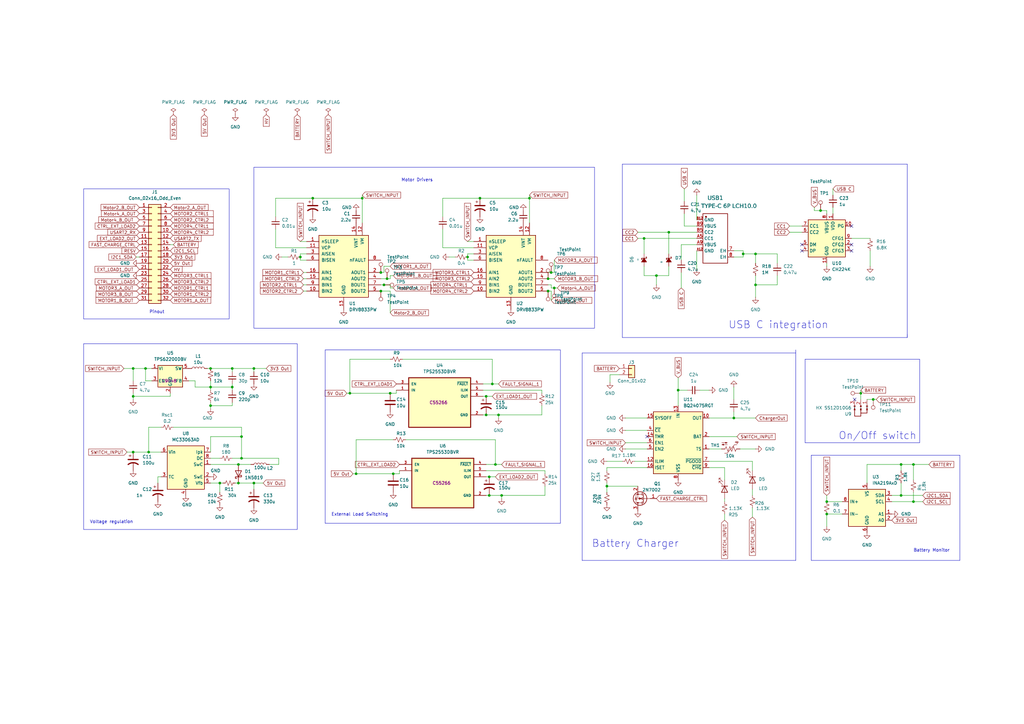
<source format=kicad_sch>
(kicad_sch (version 20250114) (generator "eeschema") (generator_version "9.0")
  (paper "A3")
  (title_block (title "EEE3088F PCB POWER MODULE") (date "2025-03-22") (rev "Rev0") (company "University of Cape Town") (comment 1 "HNSAMM001 & ADMNUH003") (comment 2 "Ammaarah Hansa & Nuha Adams"))
  (lib_symbols
    (symbol "Battery_Management:BQ24075RGT"
      (property "Reference" "U" (at -8.89 13.97 0))
      (property "Value" "BQ24075RGT" (at 16.51 13.97 0))
      (symbol "BQ24075RGT_1_1"
        (pin input line (at -12.7 10.16 0) (length 2.54) (name "SYSOFF") (number "15"))
        (pin input line (at -12.7 5.08 0) (length 2.54) (name "~{CE}") (number "4"))
        (pin input line (at -12.7 2.54 0) (length 2.54) (name "TMR") (number "14"))
        (pin input line (at -12.7 0 0) (length 2.54) (name "EN1") (number "6"))
        (pin input line (at -12.7 -2.54 0) (length 2.54) (name "EN2") (number "5"))
        (pin passive line (at -12.7 -7.62 0) (length 2.54) (name "ILIM") (number "12"))
        (pin passive line (at -12.7 -10.16 0) (length 2.54) (name "ISET") (number "16"))
        (pin power_in line (at 0 15.24 270) (length 2.54) (name "IN") (number "13"))
        (pin passive line (at 0 -15.24 90) (length 2.54) (hide yes) (name "VSS") (number "17"))
        (pin power_in line (at 0 -15.24 90) (length 2.54) (name "VSS") (number "8"))
        (pin power_out line (at 12.7 10.16 180) (length 2.54) (name "OUT") (number "10"))
        (pin passive line (at 12.7 10.16 180) (length 2.54) (hide yes) (name "OUT") (number "11"))
        (pin power_out line (at 12.7 2.54 180) (length 2.54) (name "BAT") (number "2"))
        (pin passive line (at 12.7 2.54 180) (length 2.54) (hide yes) (name "BAT") (number "3"))
        (pin passive line (at 12.7 -2.54 180) (length 2.54) (name "TS") (number "1"))
        (pin open_collector line (at 12.7 -7.62 180) (length 2.54) (name "~{PGOOD}") (number "7"))
        (pin open_collector line (at 12.7 -10.16 180) (length 2.54) (name "~{CHG}") (number "9"))
      )
    )
    (symbol "Connector:TestPoint" (pin_numbers (hide yes)) (pin_names (offset 0.762) (hide yes))
      (property "Reference" "TP" (at 0 6.858 0))
      (property "Value" "TestPoint" (at 0 5.08 0))
      (symbol "TestPoint_1_1"
        (pin passive line (at 0 0 90) (length 2.54) (name "1") (number "1"))
      )
    )
    (symbol "Connector_Generic:Conn_01x02" (pin_names (offset 1.016) (hide yes))
      (property "Reference" "J" (at 0 2.54 0))
      (property "Value" "Conn_01x02" (at 0 -5.08 0))
      (symbol "Conn_01x02_1_1"
        (pin passive line (at -5.08 0 0) (length 3.81) (name "Pin_1") (number "1"))
        (pin passive line (at -5.08 -2.54 0) (length 3.81) (name "Pin_2") (number "2"))
      )
    )
    (symbol "Connector_Generic:Conn_02x16_Odd_Even" (pin_names (offset 1.016) (hide yes))
      (property "Reference" "J" (at 1.27 20.32 0))
      (property "Value" "Conn_02x16_Odd_Even" (at 1.27 -22.86 0))
      (symbol "Conn_02x16_Odd_Even_1_1"
        (pin passive line (at -5.08 17.78 0) (length 3.81) (name "Pin_1") (number "1"))
        (pin passive line (at -5.08 15.24 0) (length 3.81) (name "Pin_3") (number "3"))
        (pin passive line (at -5.08 12.7 0) (length 3.81) (name "Pin_5") (number "5"))
        (pin passive line (at -5.08 10.16 0) (length 3.81) (name "Pin_7") (number "7"))
        (pin passive line (at -5.08 7.62 0) (length 3.81) (name "Pin_9") (number "9"))
        (pin passive line (at -5.08 5.08 0) (length 3.81) (name "Pin_11") (number "11"))
        (pin passive line (at -5.08 2.54 0) (length 3.81) (name "Pin_13") (number "13"))
        (pin passive line (at -5.08 0 0) (length 3.81) (name "Pin_15") (number "15"))
        (pin passive line (at -5.08 -2.54 0) (length 3.81) (name "Pin_17") (number "17"))
        (pin passive line (at -5.08 -5.08 0) (length 3.81) (name "Pin_19") (number "19"))
        (pin passive line (at -5.08 -7.62 0) (length 3.81) (name "Pin_21") (number "21"))
        (pin passive line (at -5.08 -10.16 0) (length 3.81) (name "Pin_23") (number "23"))
        (pin passive line (at -5.08 -12.7 0) (length 3.81) (name "Pin_25") (number "25"))
        (pin passive line (at -5.08 -15.24 0) (length 3.81) (name "Pin_27") (number "27"))
        (pin passive line (at -5.08 -17.78 0) (length 3.81) (name "Pin_29") (number "29"))
        (pin passive line (at -5.08 -20.32 0) (length 3.81) (name "Pin_31") (number "31"))
        (pin passive line (at 7.62 17.78 180) (length 3.81) (name "Pin_2") (number "2"))
        (pin passive line (at 7.62 15.24 180) (length 3.81) (name "Pin_4") (number "4"))
        (pin passive line (at 7.62 12.7 180) (length 3.81) (name "Pin_6") (number "6"))
        (pin passive line (at 7.62 10.16 180) (length 3.81) (name "Pin_8") (number "8"))
        (pin passive line (at 7.62 7.62 180) (length 3.81) (name "Pin_10") (number "10"))
        (pin passive line (at 7.62 5.08 180) (length 3.81) (name "Pin_12") (number "12"))
        (pin passive line (at 7.62 2.54 180) (length 3.81) (name "Pin_14") (number "14"))
        (pin passive line (at 7.62 0 180) (length 3.81) (name "Pin_16") (number "16"))
        (pin passive line (at 7.62 -2.54 180) (length 3.81) (name "Pin_18") (number "18"))
        (pin passive line (at 7.62 -5.08 180) (length 3.81) (name "Pin_20") (number "20"))
        (pin passive line (at 7.62 -7.62 180) (length 3.81) (name "Pin_22") (number "22"))
        (pin passive line (at 7.62 -10.16 180) (length 3.81) (name "Pin_24") (number "24"))
        (pin passive line (at 7.62 -12.7 180) (length 3.81) (name "Pin_26") (number "26"))
        (pin passive line (at 7.62 -15.24 180) (length 3.81) (name "Pin_28") (number "28"))
        (pin passive line (at 7.62 -17.78 180) (length 3.81) (name "Pin_30") (number "30"))
        (pin passive line (at 7.62 -20.32 180) (length 3.81) (name "Pin_32") (number "32"))
      )
    )
    (symbol "Device:C" (pin_numbers (hide yes)) (pin_names (offset 0.254))
      (property "Reference" "C" (at 0.635 2.54 0))
      (property "Value" "C" (at 0.635 -2.54 0))
      (symbol "C_1_1"
        (pin passive line (at 0 3.81 270) (length 2.794) (name "~") (number "1"))
        (pin passive line (at 0 -3.81 90) (length 2.794) (name "~") (number "2"))
      )
    )
    (symbol "Device:C_Polarized_US" (pin_numbers (hide yes)) (pin_names (offset 0.254) (hide yes))
      (property "Reference" "C" (at 0.635 2.54 0))
      (property "Value" "C_Polarized_US" (at 0.635 -2.54 0))
      (symbol "C_Polarized_US_1_1"
        (pin passive line (at 0 3.81 270) (length 2.794) (name "~") (number "1"))
        (pin passive line (at 0 -3.81 90) (length 3.302) (name "~") (number "2"))
      )
    )
    (symbol "Device:C_Small" (pin_numbers (hide yes)) (pin_names (offset 0.254) (hide yes))
      (property "Reference" "C" (at 0.254 1.778 0))
      (property "Value" "C_Small" (at 0.254 -2.032 0))
      (symbol "C_Small_1_1"
        (pin passive line (at 0 2.54 270) (length 2.032) (name "~") (number "1"))
        (pin passive line (at 0 -2.54 90) (length 2.032) (name "~") (number "2"))
      )
    )
    (symbol "Device:D_Schottky_Small_Filled" (pin_numbers (hide yes)) (pin_names (offset 0.254) (hide yes))
      (property "Reference" "D" (at -1.27 2.032 0))
      (property "Value" "D_Schottky_Small_Filled" (at -7.112 -2.032 0))
      (symbol "D_Schottky_Small_Filled_1_1"
        (pin passive line (at -2.54 0 0) (length 1.778) (name "K") (number "1"))
        (pin passive line (at 2.54 0 180) (length 1.778) (name "A") (number "2"))
      )
    )
    (symbol "Device:L" (pin_numbers (hide yes)) (pin_names (offset 1.016) (hide yes))
      (property "Reference" "L" (at -1.27 0 90))
      (property "Value" "L" (at 1.905 0 90))
      (symbol "L_1_1"
        (pin passive line (at 0 3.81 270) (length 1.27) (name "1") (number "1"))
        (pin passive line (at 0 -3.81 90) (length 1.27) (name "2") (number "2"))
      )
    )
    (symbol "Device:LED" (pin_numbers (hide yes)) (pin_names (offset 1.016) (hide yes))
      (property "Reference" "D" (at 0 2.54 0))
      (property "Value" "LED" (at 0 -2.54 0))
      (symbol "LED_1_1"
        (pin passive line (at -3.81 0 0) (length 2.54) (name "K") (number "1"))
        (pin passive line (at 3.81 0 180) (length 2.54) (name "A") (number "2"))
      )
    )
    (symbol "Device:R_Small_US" (pin_numbers (hide yes)) (pin_names (offset 0.254) (hide yes))
      (property "Reference" "R" (at 0.762 0.508 0))
      (property "Value" "R_Small_US" (at 0.762 -1.016 0))
      (symbol "R_Small_US_1_1"
        (pin passive line (at 0 2.54 270) (length 1.016) (name "~") (number "1"))
        (pin passive line (at 0 -2.54 90) (length 1.016) (name "~") (number "2"))
      )
    )
    (symbol "Device:Thermistor_NTC_US" (pin_numbers (hide yes)) (pin_names (offset 0))
      (property "Reference" "TH" (at -4.445 0 90))
      (property "Value" "Thermistor_NTC_US" (at 3.175 0 90))
      (symbol "Thermistor_NTC_US_1_1"
        (pin passive line (at 0 3.81 270) (length 1.27) (name "~") (number "1"))
        (pin passive line (at 0 -3.81 90) (length 1.27) (name "~") (number "2"))
      )
    )
    (symbol "Diode:1N5819" (pin_numbers (hide yes)) (pin_names (offset 1.016) (hide yes))
      (property "Reference" "D" (at 0 2.54 0))
      (property "Value" "1N5819" (at 0 -2.54 0))
      (symbol "1N5819_1_1"
        (pin passive line (at -3.81 0 0) (length 2.54) (name "K") (number "1"))
        (pin passive line (at 3.81 0 180) (length 2.54) (name "A") (number "2"))
      )
    )
    (symbol "Driver_Motor:DRV8833PW" (pin_names (offset 1.016))
      (property "Reference" "U" (at -3.81 16.51 0))
      (property "Value" "DRV8833PW" (at -3.81 13.97 0))
      (symbol "DRV8833PW_1_1"
        (pin input line (at -15.24 10.16 0) (length 5.08) (name "nSLEEP") (number "1"))
        (pin bidirectional line (at -15.24 7.62 0) (length 5.08) (name "VCP") (number "11"))
        (pin bidirectional line (at -15.24 5.08 0) (length 5.08) (name "AISEN") (number "3"))
        (pin bidirectional line (at -15.24 2.54 0) (length 5.08) (name "BISEN") (number "6"))
        (pin input line (at -15.24 -2.54 0) (length 5.08) (name "AIN1") (number "16"))
        (pin input line (at -15.24 -5.08 0) (length 5.08) (name "AIN2") (number "15"))
        (pin input line (at -15.24 -7.62 0) (length 5.08) (name "BIN1") (number "9"))
        (pin input line (at -15.24 -10.16 0) (length 5.08) (name "BIN2") (number "10"))
        (pin power_in line (at 0 -17.78 90) (length 5.08) (name "GND") (number "13"))
        (pin power_in line (at 5.08 17.78 270) (length 5.08) (name "VINT") (number "14"))
        (pin power_in line (at 7.62 17.78 270) (length 5.08) (name "VM") (number "12"))
        (pin open_collector line (at 15.24 2.54 180) (length 5.08) (name "nFAULT") (number "8"))
        (pin power_out line (at 15.24 -2.54 180) (length 5.08) (name "AOUT1") (number "2"))
        (pin power_out line (at 15.24 -5.08 180) (length 5.08) (name "AOUT2") (number "4"))
        (pin power_out line (at 15.24 -7.62 180) (length 5.08) (name "BOUT1") (number "7"))
        (pin power_out line (at 15.24 -10.16 180) (length 5.08) (name "BOUT2") (number "5"))
      )
    )
    (symbol "GND_1" (power) (pin_numbers (hide yes)) (pin_names (offset 0) (hide yes))
      (property "Value" "GND" (at 0 -3.81 0))
      (symbol "GND_1_1_1"
        (pin power_in line (at 0 0 270) (length 0) (name "~") (number "1"))
      )
    )
    (symbol "GND_2" (power) (pin_numbers (hide yes)) (pin_names (offset 0) (hide yes))
      (property "Value" "GND" (at 0 -3.81 0))
      (symbol "GND_2_1_1"
        (pin power_in line (at 0 0 270) (length 0) (name "~") (number "1"))
      )
    )
    (symbol "Interface_USB:CH224K"
      (property "Reference" "U" (at -7.874 -8.89 0))
      (property "Value" "CH224K" (at 3.048 -8.89 0))
      (symbol "CH224K_1_1"
        (pin bidirectional line (at -10.16 5.08 0) (length 2.54) (name "CC1") (number "7"))
        (pin bidirectional line (at -10.16 2.54 0) (length 2.54) (name "CC2") (number "6"))
        (pin bidirectional line (at -10.16 -2.54 0) (length 2.54) (name "DM") (number "5"))
        (pin bidirectional line (at -10.16 -5.08 0) (length 2.54) (name "DP") (number "4"))
        (pin passive line (at 0 10.16 270) (length 2.54) (name "VBUS") (number "8"))
        (pin power_in line (at 0 -10.16 90) (length 2.54) (name "GND") (number "11"))
        (pin power_in line (at 2.54 10.16 270) (length 2.54) (name "VDD") (number "1"))
        (pin open_collector line (at 10.16 5.08 180) (length 2.54) (name "PG") (number "10"))
        (pin passive line (at 10.16 0 180) (length 2.54) (name "CFG1") (number "9"))
        (pin passive line (at 10.16 -2.54 180) (length 2.54) (name "CFG2") (number "2"))
        (pin passive line (at 10.16 -5.08 180) (length 2.54) (name "CFG3") (number "3"))
      )
    )
    (symbol "Regulator_Switching:MC33063AD"
      (property "Reference" "U" (at -7.62 8.89 0))
      (property "Value" "MC33063AD" (at 0 8.89 0))
      (symbol "MC33063AD_1_1"
        (pin power_in line (at -10.16 5.08 0) (length 2.54) (name "Vin") (number "6"))
        (pin passive line (at -10.16 -5.08 0) (length 2.54) (name "TC") (number "3"))
        (pin power_in line (at 0 -12.7 90) (length 2.54) (name "GND") (number "4"))
        (pin input line (at 10.16 5.08 180) (length 2.54) (name "Ipk") (number "7"))
        (pin open_collector line (at 10.16 2.54 180) (length 2.54) (name "DC") (number "8"))
        (pin open_collector line (at 10.16 0 180) (length 2.54) (name "SwC") (number "1"))
        (pin open_emitter line (at 10.16 -5.08 180) (length 2.54) (name "SwE") (number "2"))
        (pin input line (at 10.16 -7.62 180) (length 2.54) (name "Vfb") (number "5"))
      )
    )
    (symbol "Regulator_Switching:TPS62200DBV" (pin_names (offset 0.254))
      (property "Reference" "U" (at -5.08 7.62 0))
      (property "Value" "TPS62200DBV" (at 0 7.62 0))
      (symbol "TPS62200DBV_1_1"
        (pin power_in line (at -7.62 5.08 0) (length 2.54) (name "VI") (number "1"))
        (pin input line (at -7.62 0 0) (length 2.54) (name "EN") (number "3"))
        (pin power_in line (at 0 -5.08 90) (length 2.54) (name "GND") (number "2"))
        (pin output line (at 7.62 5.08 180) (length 2.54) (name "SW") (number "5"))
        (pin input line (at 7.62 0 180) (length 2.54) (name "FB") (number "4"))
      )
    )
    (symbol "SCHLIB_HX-SS12D10G6_2025-03-26:HX SS12D10G6"
      (property "Reference" "U?" (at 0 0 0))
      (property "Value" "HX SS12D10G6" (at 0 0 0))
      (symbol "HX SS12D10G6_0_0"
        (pin unspecified line (at -2.54 -2.54 90) (length 2.54) (name "1") (number "1"))
        (pin unspecified line (at 0 -2.54 90) (length 3.048) (name "2") (number "2"))
        (pin unspecified line (at 2.54 -2.54 90) (length 2.54) (name "3") (number "3"))
      )
    )
    (symbol "SCH_usb-c_2025-03-28:TYPE-C 6P LCH10.0"
      (property "Reference" "USB" (at -4.2926 13.6779 0))
      (property "Value" "TYPE-C 6P LCH10.0" (at -4.2926 11.4935 0))
      (symbol "TYPE-C 6P LCH10.0_0_0"
        (pin unspecified line (at -7.62 6.35 0) (length 2.54) (name "GND") (number "B12"))
        (pin unspecified line (at -7.62 3.81 0) (length 2.54) (name "VBUS") (number "B9"))
        (pin unspecified line (at -7.62 1.27 0) (length 2.54) (name "CC2") (number "B5"))
        (pin unspecified line (at -7.62 -1.27 0) (length 2.54) (name "CC1") (number "A5"))
        (pin unspecified line (at -7.62 -3.81 0) (length 2.54) (name "VBUS") (number "A9"))
        (pin unspecified line (at -7.62 -6.35 0) (length 2.54) (name "GND") (number "A12"))
        (pin unspecified line (at 7.62 -6.35 180) (length 2.54) (name "EH") (number "7"))
        (pin unspecified line (at 7.62 -8.89 180) (length 2.54) (name "EH") (number "8"))
      )
    )
    (symbol "Sensor_Energy:INA219AxD"
      (property "Reference" "U" (at -6.35 8.89 0))
      (property "Value" "INA219AxD" (at 5.08 8.89 0))
      (symbol "INA219AxD_1_1"
        (pin input line (at -10.16 2.54 0) (length 2.54) (name "IN+") (number "8"))
        (pin input line (at -10.16 -2.54 0) (length 2.54) (name "IN-") (number "7"))
        (pin power_in line (at 0 10.16 270) (length 2.54) (name "VS") (number "5"))
        (pin power_in line (at 0 -10.16 90) (length 2.54) (name "GND") (number "6"))
        (pin bidirectional line (at 10.16 5.08 180) (length 2.54) (name "SDA") (number "3"))
        (pin input line (at 10.16 2.54 180) (length 2.54) (name "SCL") (number "4"))
        (pin input line (at 10.16 -2.54 180) (length 2.54) (name "A1") (number "1"))
        (pin input line (at 10.16 -5.08 180) (length 2.54) (name "A0") (number "2"))
      )
    )
    (symbol "TPS2553DBVR:TPS2553DBVR" (pin_names (offset 1.016))
      (property "Reference" "U" (at -12.7 11.16 0))
      (property "Value" "TPS2553DBVR" (at -12.7 -14.16 0))
      (symbol "TPS2553DBVR_0_0"
        (pin input line (at -17.78 7.62 0) (length 5.08) (name "EN") (number "3"))
        (pin input line (at -17.78 5.08 0) (length 5.08) (name "IN") (number "1"))
        (pin output line (at 17.78 7.62 180) (length 5.08) (name "~{FAULT}") (number "4"))
        (pin output line (at 17.78 5.08 180) (length 5.08) (name "ILIM") (number "5"))
        (pin output line (at 17.78 2.54 180) (length 5.08) (name "OUT") (number "6"))
        (pin power_in line (at 17.78 -5.08 180) (length 5.08) (name "GND") (number "2"))
      )
    )
    (symbol "Transistor_FET:2N7002" (pin_names (hide yes))
      (property "Reference" "Q" (at 5.08 1.905 0))
      (property "Value" "2N7002" (at 5.08 0 0))
      (symbol "2N7002_1_1"
        (pin input line (at -5.08 0 0) (length 2.54) (name "G") (number "1"))
        (pin passive line (at 2.54 5.08 270) (length 2.54) (name "D") (number "3"))
        (pin passive line (at 2.54 -5.08 90) (length 2.54) (name "S") (number "2"))
      )
    )
    (symbol "power:GND" (power) (pin_names (offset 0))
      (property "Value" "GND" (at 0 -3.81 0))
      (symbol "GND_1_1"
        (pin power_in line (at 0 0 270) (length 0) (hide yes) (name "GND") (number "1"))
      )
    )
    (symbol "power:PWR_FLAG" (power) (pin_numbers (hide yes)) (pin_names (offset 0) (hide yes))
      (property "Value" "PWR_FLAG" (at 0 3.81 0))
      (symbol "PWR_FLAG_0_0"
        (pin power_out line (at 0 0 90) (length 0) (name "~") (number "1"))
      )
    )
  )
  (rectangle (start 34.29 77.47) (end 93.98 130.81))
  (rectangle (start 133.35 143.51) (end 229.87 214.63))
  (rectangle (start 330.2 147.32) (end 377.19 181.61))
  (rectangle (start 332.74 186.69) (end 393.7 229.87))
  (rectangle (start 34.29 140.97) (end 121.92 217.17))
  (rectangle (start 104.14 68.58) (end 243.84 134.62))
  (text "On/Off switch" (at 359.918 178.816 0) (effects (font (size 3 3))))
  (text "Battery Charger" (at 260.604 223.012 0) (effects (font (size 3 3))))
  (text "External Load Switching" (at 135.89 211.836 0) (effects (font (size 1.27 1.27)) (justify left bottom)))
  (text "Pinout\n" (at 61.214 128.778 0) (effects (font (size 1.27 1.27)) (justify left bottom)))
  (text "USB C integration\n" (at 319.278 133.35 0) (effects (font (size 3 3))))
  (text "Battery Monitor" (at 374.65 226.568 0) (effects (font (size 1.27 1.27)) (justify left bottom)))
  (text "Voltage regulation" (at 36.83 214.884 0) (effects (font (size 1.27 1.27)) (justify left bottom)))
  (text "Motor Drivers" (at 164.592 74.676 0) (effects (font (size 1.27 1.27)) (justify left bottom)))
  (junction (at 60.96 185.42))
  (junction (at 374.65 190.5))
  (junction (at 226.06 111.76))
  (junction (at 203.2 190.5))
  (junction (at 160.02 161.29))
  (junction (at 339.09 210.82))
  (junction (at 274.32 95.25))
  (junction (at 199.39 170.18))
  (junction (at 123.19 105.41))
  (junction (at 104.14 151.13))
  (junction (at 205.74 203.2))
  (junction (at 278.13 160.02))
  (junction (at 200.66 195.58))
  (junction (at 300.99 171.45))
  (junction (at 54.61 151.13))
  (junction (at 95.25 151.13))
  (junction (at 146.05 194.31))
  (junction (at 59.69 151.13))
  (junction (at 336.55 86.36))
  (junction (at 369.57 203.2))
  (junction (at 99.06 187.96))
  (junction (at 339.09 205.74))
  (junction (at 97.79 198.12))
  (junction (at 196.85 81.28))
  (junction (at 353.06 161.29))
  (junction (at 191.77 105.41))
  (junction (at 204.47 170.18))
  (junction (at 201.93 157.48))
  (junction (at 86.36 158.75))
  (junction (at 369.57 190.5))
  (junction (at 97.79 190.5))
  (junction (at 248.92 199.39))
  (junction (at 304.8 104.14))
  (junction (at 199.39 162.56))
  (junction (at 309.88 104.14))
  (junction (at 264.16 97.79))
  (junction (at 156.21 119.38))
  (junction (at 95.25 158.75))
  (junction (at 269.24 113.03))
  (junction (at 161.29 194.31))
  (junction (at 156.21 111.76))
  (junction (at 158.75 114.3))
  (junction (at 54.61 185.42))
  (junction (at 99.06 179.07))
  (junction (at 224.79 119.38))
  (junction (at 157.48 116.84))
  (junction (at 86.36 151.13))
  (junction (at 148.59 81.28))
  (junction (at 128.27 81.28))
  (junction (at 86.36 166.37))
  (junction (at 309.88 116.84))
  (junction (at 90.17 198.12))
  (junction (at 224.79 114.3))
  (junction (at 54.61 162.56))
  (junction (at 104.14 198.12))
  (junction (at 200.66 203.2))
  (junction (at 143.51 161.29))
  (junction (at 227.33 118.11))
  (junction (at 358.14 163.83))
  (junction (at 217.17 81.28))
  (junction (at 374.65 205.74))
  (no_connect (at 350.52 163.83))
  (no_connect (at 349.25 102.87))
  (no_connect (at 328.93 102.87))
  (no_connect (at 328.93 100.33))
  (no_connect (at 349.25 92.71))
  (no_connect (at 265.43 179.07))
  (no_connect (at 349.25 100.33))
  (wire (pts (xy 161.29 180.34) (xy 146.05 180.34)))
  (wire (pts (xy 125.73 116.84) (xy 124.46 116.84)))
  (wire (pts (xy 99.06 179.07) (xy 99.06 187.96)))
  (wire (pts (xy 125.73 104.14) (xy 123.19 104.14)))
  (wire (pts (xy 50.8 151.13) (xy 54.61 151.13)))
  (wire (pts (xy 69.85 162.56) (xy 54.61 162.56)))
  (wire (pts (xy 160.02 161.29) (xy 162.56 161.29)))
  (wire (pts (xy 226.06 116.84) (xy 224.79 116.84)))
  (wire (pts (xy 54.61 185.42) (xy 60.96 185.42)))
  (wire (pts (xy 287.02 160.02) (xy 290.83 160.02)))
  (wire (pts (xy 86.36 151.13) (xy 85.09 151.13)))
  (wire (pts (xy 279.4 111.76) (xy 279.4 118.11)))
  (wire (pts (xy 157.48 109.22) (xy 157.48 111.76)))
  (wire (pts (xy 157.48 116.84) (xy 156.21 116.84)))
  (wire (pts (xy 148.59 81.28) (xy 148.59 91.44)))
  (wire (pts (xy 198.12 157.48) (xy 201.93 157.48)))
  (wire (pts (xy 248.92 191.77) (xy 265.43 191.77)))
  (wire (pts (xy 80.01 158.75) (xy 86.36 158.75)))
  (wire (pts (xy 341.63 77.47) (xy 341.63 80.01)))
  (wire (pts (xy 309.88 104.14) (xy 318.77 104.14)))
  (wire (pts (xy 80.01 156.21) (xy 80.01 158.75)))
  (wire (pts (xy 160.02 116.84) (xy 157.48 116.84)))
  (wire (pts (xy 290.83 191.77) (xy 297.18 191.77)))
  (wire (pts (xy 217.17 80.01) (xy 217.17 81.28)))
  (wire (pts (xy 123.19 99.06) (xy 125.73 99.06)))
  (wire (pts (xy 95.25 166.37) (xy 86.36 166.37)))
  (wire (pts (xy 204.47 170.18) (xy 204.47 171.45)))
  (wire (pts (xy 97.79 198.12) (xy 104.14 198.12)))
  (wire (pts (xy 181.61 81.28) (xy 196.85 81.28)))
  (wire (pts (xy 203.2 195.58) (xy 200.66 195.58)))
  (wire (pts (xy 181.61 88.9) (xy 181.61 81.28)))
  (wire (pts (xy 62.23 156.21) (xy 59.69 156.21)))
  (wire (pts (xy 381 190.5) (xy 374.65 190.5)))
  (wire (pts (xy 160.02 147.32) (xy 143.51 147.32)))
  (wire (pts (xy 308.61 189.23) (xy 308.61 193.04)))
  (wire (pts (xy 269.24 113.03) (xy 274.32 113.03)))
  (wire (pts (xy 113.03 93.98) (xy 113.03 101.6)))
  (wire (pts (xy 248.92 199.39) (xy 248.92 201.93)))
  (wire (pts (xy 198.12 160.02) (xy 222.25 160.02)))
  (wire (pts (xy 264.16 97.79) (xy 285.75 97.79)))
  (wire (pts (xy 125.73 114.3) (xy 124.46 114.3)))
  (wire (pts (xy 227.33 106.68) (xy 227.33 111.76)))
  (wire (pts (xy 303.53 184.15) (xy 309.88 184.15)))
  (wire (pts (xy 54.61 151.13) (xy 59.69 151.13)))
  (wire (pts (xy 256.54 184.15) (xy 265.43 184.15)))
  (wire (pts (xy 226.06 118.11) (xy 226.06 116.84)))
  (wire (pts (xy 285.75 102.87) (xy 285.75 110.49)))
  (wire (pts (xy 95.25 158.75) (xy 95.25 160.02)))
  (wire (pts (xy 300.99 171.45) (xy 309.88 171.45)))
  (wire (pts (xy 274.32 109.22) (xy 274.32 113.03)))
  (wire (pts (xy 128.27 81.28) (xy 148.59 81.28)))
  (wire (pts (xy 165.1 147.32) (xy 201.93 147.32)))
  (wire (pts (xy 309.88 104.14) (xy 309.88 107.95)))
  (wire (pts (xy 378.46 205.74) (xy 374.65 205.74)))
  (wire (pts (xy 280.67 87.63) (xy 280.67 92.71)))
  (wire (pts (xy 339.09 210.82) (xy 339.09 215.9)))
  (wire (pts (xy 274.32 95.25) (xy 285.75 95.25)))
  (wire (pts (xy 200.66 203.2) (xy 199.39 203.2)))
  (wire (pts (xy 160.02 118.11) (xy 160.02 116.84)))
  (wire (pts (xy 86.36 187.96) (xy 90.17 187.96)))
  (wire (pts (xy 201.93 157.48) (xy 204.47 157.48)))
  (wire (pts (xy 261.62 199.39) (xy 248.92 199.39)))
  (wire (pts (xy 71.12 100.33) (xy 69.85 100.33)))
  (wire (pts (xy 160.02 114.3) (xy 158.75 114.3)))
  (wire (pts (xy 227.33 114.3) (xy 224.79 114.3)))
  (wire (pts (xy 334.01 86.36) (xy 336.55 86.36)))
  (wire (pts (xy 222.25 161.29) (xy 222.25 160.02)))
  (wire (pts (xy 157.48 111.76) (xy 156.21 111.76)))
  (wire (pts (xy 378.46 203.2) (xy 369.57 203.2)))
  (wire (pts (xy 143.51 161.29) (xy 160.02 161.29)))
  (wire (pts (xy 309.88 116.84) (xy 309.88 113.03)))
  (wire (pts (xy 64.77 198.12) (xy 64.77 195.58)))
  (wire (pts (xy 264.16 113.03) (xy 269.24 113.03)))
  (wire (pts (xy 260.35 189.23) (xy 265.43 189.23)))
  (wire (pts (xy 374.65 196.85) (xy 374.65 190.5)))
  (wire (pts (xy 204.47 170.18) (xy 199.39 170.18)))
  (wire (pts (xy 336.55 86.36) (xy 339.09 86.36)))
  (wire (pts (xy 226.06 111.76) (xy 224.79 111.76)))
  (wire (pts (xy 104.14 200.66) (xy 104.14 198.12)))
  (wire (pts (xy 318.77 104.14) (xy 318.77 107.95)))
  (wire (pts (xy 308.61 208.28) (xy 308.61 212.09)))
  (wire (pts (xy 341.63 85.09) (xy 341.63 87.63)))
  (wire (pts (xy 290.83 184.15) (xy 295.91 184.15)))
  (wire (pts (xy 104.14 151.13) (xy 95.25 151.13)))
  (wire (pts (xy 339.09 86.36) (xy 339.09 87.63)))
  (wire (pts (xy 161.29 194.31) (xy 163.83 194.31)))
  (polyline (pts (xy 326.39 144.78) (xy 238.76 144.78)))
  (wire (pts (xy 71.12 175.26) (xy 99.06 175.26)))
  (wire (pts (xy 304.8 104.14) (xy 309.88 104.14)))
  (wire (pts (xy 297.18 191.77) (xy 297.18 196.85)))
  (wire (pts (xy 264.16 109.22) (xy 264.16 113.03)))
  (wire (pts (xy 199.39 193.04) (xy 223.52 193.04)))
  (wire (pts (xy 369.57 198.12) (xy 369.57 203.2)))
  (wire (pts (xy 300.99 102.87) (xy 304.8 102.87)))
  (wire (pts (xy 123.19 104.14) (xy 123.19 105.41)))
  (wire (pts (xy 104.14 198.12) (xy 107.95 198.12)))
  (wire (pts (xy 205.74 203.2) (xy 200.66 203.2)))
  (wire (pts (xy 279.4 100.33) (xy 279.4 106.68)))
  (wire (pts (xy 163.83 194.31) (xy 163.83 193.04)))
  (wire (pts (xy 264.16 97.79) (xy 264.16 104.14)))
  (wire (pts (xy 369.57 193.04) (xy 369.57 190.5)))
  (wire (pts (xy 323.85 92.71) (xy 328.93 92.71)))
  (polyline (pts (xy 326.39 143.51) (xy 326.39 229.87)))
  (wire (pts (xy 261.62 97.79) (xy 264.16 97.79)))
  (wire (pts (xy 86.36 190.5) (xy 97.79 190.5)))
  (wire (pts (xy 60.96 175.26) (xy 60.96 185.42)))
  (wire (pts (xy 143.51 147.32) (xy 143.51 161.29)))
  (wire (pts (xy 300.99 158.75) (xy 300.99 163.83)))
  (wire (pts (xy 254 153.67) (xy 250.19 153.67)))
  (wire (pts (xy 194.31 101.6) (xy 181.61 101.6)))
  (wire (pts (xy 66.04 175.26) (xy 60.96 175.26)))
  (wire (pts (xy 339.09 210.82) (xy 345.44 210.82)))
  (wire (pts (xy 148.59 80.01) (xy 148.59 81.28)))
  (wire (pts (xy 114.3 190.5) (xy 114.3 187.96)))
  (wire (pts (xy 194.31 106.68) (xy 191.77 106.68)))
  (polyline (pts (xy 372.11 67.31) (xy 372.11 138.43)))
  (wire (pts (xy 125.73 119.38) (xy 124.46 119.38)))
  (wire (pts (xy 290.83 189.23) (xy 308.61 189.23)))
  (wire (pts (xy 318.77 116.84) (xy 309.88 116.84)))
  (wire (pts (xy 191.77 104.14) (xy 191.77 105.41)))
  (wire (pts (xy 86.36 179.07) (xy 86.36 185.42)))
  (wire (pts (xy 97.79 190.5) (xy 102.87 190.5)))
  (wire (pts (xy 374.65 201.93) (xy 374.65 205.74)))
  (wire (pts (xy 339.09 107.95) (xy 339.09 109.22)))
  (wire (pts (xy 290.83 171.45) (xy 300.99 171.45)))
  (wire (pts (xy 300.99 168.91) (xy 300.99 171.45)))
  (wire (pts (xy 217.17 81.28) (xy 217.17 91.44)))
  (wire (pts (xy 86.36 198.12) (xy 90.17 198.12)))
  (wire (pts (xy 77.47 156.21) (xy 80.01 156.21)))
  (wire (pts (xy 142.24 161.29) (xy 143.51 161.29)))
  (polyline (pts (xy 255.27 67.31) (xy 372.11 67.31)))
  (wire (pts (xy 359.41 163.83) (xy 358.14 163.83)))
  (wire (pts (xy 160.02 119.38) (xy 156.21 119.38)))
  (wire (pts (xy 123.19 106.68) (xy 123.19 105.41)))
  (wire (pts (xy 278.13 160.02) (xy 281.94 160.02)))
  (wire (pts (xy 223.52 199.39) (xy 223.52 203.2)))
  (wire (pts (xy 161.29 113.03) (xy 160.02 113.03)))
  (wire (pts (xy 99.06 175.26) (xy 99.06 179.07)))
  (wire (pts (xy 323.85 95.25) (xy 328.93 95.25)))
  (wire (pts (xy 162.56 161.29) (xy 162.56 160.02)))
  (wire (pts (xy 52.07 185.42) (xy 54.61 185.42)))
  (wire (pts (xy 248.92 189.23) (xy 255.27 189.23)))
  (wire (pts (xy 191.77 106.68) (xy 191.77 105.41)))
  (wire (pts (xy 54.61 161.29) (xy 54.61 162.56)))
  (wire (pts (xy 248.92 198.12) (xy 248.92 199.39)))
  (wire (pts (xy 201.93 162.56) (xy 199.39 162.56)))
  (wire (pts (xy 374.65 190.5) (xy 369.57 190.5)))
  (wire (pts (xy 191.77 99.06) (xy 194.31 99.06)))
  (wire (pts (xy 285.75 80.01) (xy 285.75 90.17)))
  (wire (pts (xy 199.39 190.5) (xy 203.2 190.5)))
  (wire (pts (xy 285.75 100.33) (xy 279.4 100.33)))
  (wire (pts (xy 280.67 77.47) (xy 280.67 82.55)))
  (wire (pts (xy 374.65 205.74) (xy 365.76 205.74)))
  (wire (pts (xy 318.77 113.03) (xy 318.77 116.84)))
  (wire (pts (xy 339.09 203.2) (xy 339.09 205.74)))
  (wire (pts (xy 95.25 152.4) (xy 95.25 151.13)))
  (wire (pts (xy 228.6 118.11) (xy 227.33 118.11)))
  (wire (pts (xy 96.52 198.12) (xy 97.79 198.12)))
  (wire (pts (xy 227.33 118.11) (xy 226.06 118.11)))
  (wire (pts (xy 160.02 109.22) (xy 157.48 109.22)))
  (wire (pts (xy 304.8 105.41) (xy 300.99 105.41)))
  (wire (pts (xy 181.61 93.98) (xy 181.61 101.6)))
  (wire (pts (xy 113.03 81.28) (xy 128.27 81.28)))
  (wire (pts (xy 160.02 128.27) (xy 160.02 119.38)))
  (wire (pts (xy 274.32 95.25) (xy 274.32 104.14)))
  (wire (pts (xy 99.06 187.96) (xy 114.3 187.96)))
  (wire (pts (xy 166.37 180.34) (xy 203.2 180.34)))
  (wire (pts (xy 125.73 101.6) (xy 113.03 101.6)))
  (wire (pts (xy 104.14 152.4) (xy 104.14 151.13)))
  (polyline (pts (xy 238.76 144.78) (xy 238.76 229.87)))
  (wire (pts (xy 95.25 187.96) (xy 99.06 187.96)))
  (wire (pts (xy 60.96 185.42) (xy 66.04 185.42)))
  (wire (pts (xy 222.25 170.18) (xy 204.47 170.18)))
  (polyline (pts (xy 255.27 138.43) (xy 372.11 138.43)))
  (wire (pts (xy 304.8 102.87) (xy 304.8 104.14)))
  (wire (pts (xy 86.36 179.07) (xy 99.06 179.07)))
  (wire (pts (xy 223.52 203.2) (xy 205.74 203.2)))
  (wire (pts (xy 95.25 158.75) (xy 95.25 157.48)))
  (wire (pts (xy 226.06 123.19) (xy 226.06 119.38)))
  (wire (pts (xy 95.25 165.1) (xy 95.25 166.37)))
  (wire (pts (xy 261.62 95.25) (xy 274.32 95.25)))
  (wire (pts (xy 54.61 151.13) (xy 54.61 156.21)))
  (wire (pts (xy 269.24 113.03) (xy 269.24 116.84)))
  (wire (pts (xy 194.31 104.14) (xy 191.77 104.14)))
  (wire (pts (xy 90.17 198.12) (xy 91.44 198.12)))
  (wire (pts (xy 369.57 203.2) (xy 365.76 203.2)))
  (wire (pts (xy 86.36 165.1) (xy 86.36 166.37)))
  (wire (pts (xy 297.18 204.47) (xy 297.18 205.74)))
  (wire (pts (xy 227.33 111.76) (xy 226.06 111.76)))
  (wire (pts (xy 146.05 194.31) (xy 161.29 194.31)))
  (polyline (pts (xy 255.27 67.31) (xy 255.27 138.43)))
  (wire (pts (xy 199.39 170.18) (xy 198.12 170.18)))
  (wire (pts (xy 161.29 118.11) (xy 160.02 118.11)))
  (wire (pts (xy 334.01 85.09) (xy 334.01 86.36)))
  (wire (pts (xy 115.57 105.41) (xy 118.11 105.41)))
  (wire (pts (xy 205.74 203.2) (xy 205.74 204.47)))
  (wire (pts (xy 113.03 88.9) (xy 113.03 81.28)))
  (wire (pts (xy 158.75 114.3) (xy 156.21 114.3)))
  (polyline (pts (xy 238.76 229.87) (xy 326.39 229.87)))
  (wire (pts (xy 353.06 160.02) (xy 353.06 161.29)))
  (wire (pts (xy 86.36 166.37) (xy 86.36 167.64)))
  (wire (pts (xy 309.88 116.84) (xy 309.88 121.92)))
  (wire (pts (xy 90.17 198.12) (xy 90.17 201.93)))
  (wire (pts (xy 104.14 151.13) (xy 109.22 151.13)))
  (wire (pts (xy 86.36 158.75) (xy 95.25 158.75)))
  (wire (pts (xy 223.52 194.31) (xy 223.52 193.04)))
  (wire (pts (xy 250.19 153.67) (xy 250.19 156.845)))
  (wire (pts (xy 86.36 158.75) (xy 86.36 160.02)))
  (wire (pts (xy 110.49 190.5) (xy 114.3 190.5)))
  (wire (pts (xy 285.75 92.71) (xy 280.67 92.71)))
  (wire (pts (xy 308.61 203.2) (xy 308.61 200.66)))
  (wire (pts (xy 144.78 194.31) (xy 146.05 194.31)))
  (wire (pts (xy 353.06 161.29) (xy 353.06 163.83)))
  (wire (pts (xy 256.54 176.53) (xy 265.43 176.53)))
  (wire (pts (xy 55.88 105.41) (xy 57.15 105.41)))
  (wire (pts (xy 125.73 111.76) (xy 124.46 111.76)))
  (wire (pts (xy 125.73 106.68) (xy 123.19 106.68)))
  (wire (pts (xy 201.93 147.32) (xy 201.93 157.48)))
  (wire (pts (xy 146.05 180.34) (xy 146.05 194.31)))
  (wire (pts (xy 369.57 190.5) (xy 355.6 190.5)))
  (wire (pts (xy 278.13 160.02) (xy 278.13 166.37)))
  (wire (pts (xy 226.06 119.38) (xy 224.79 119.38)))
  (wire (pts (xy 356.87 102.87) (xy 356.87 109.22)))
  (wire (pts (xy 184.15 105.41) (xy 186.69 105.41)))
  (wire (pts (xy 355.6 190.5) (xy 355.6 198.12)))
  (wire (pts (xy 203.2 180.34) (xy 203.2 190.5)))
  (wire (pts (xy 59.69 151.13) (xy 59.69 156.21)))
  (wire (pts (xy 297.18 210.82) (xy 297.18 213.36)))
  (wire (pts (xy 349.25 97.79) (xy 356.87 97.79)))
  (wire (pts (xy 256.54 171.45) (xy 265.43 171.45)))
  (wire (pts (xy 203.2 190.5) (xy 205.74 190.5)))
  (wire (pts (xy 86.36 156.21) (xy 86.36 158.75)))
  (wire (pts (xy 358.14 163.83) (xy 355.6 163.83)))
  (wire (pts (xy 278.13 154.94) (xy 278.13 160.02)))
  (wire (pts (xy 160.02 113.03) (xy 160.02 114.3)))
  (wire (pts (xy 222.25 166.37) (xy 222.25 170.18)))
  (wire (pts (xy 339.09 205.74) (xy 345.44 205.74)))
  (wire (pts (xy 95.25 151.13) (xy 86.36 151.13)))
  (wire (pts (xy 196.85 81.28) (xy 217.17 81.28)))
  (wire (pts (xy 304.8 104.14) (xy 304.8 105.41)))
  (wire (pts (xy 69.85 161.29) (xy 69.85 162.56)))
  (wire (pts (xy 199.39 162.56) (xy 198.12 162.56)))
  (wire (pts (xy 200.66 195.58) (xy 199.39 195.58)))
  (wire (pts (xy 248.92 191.77) (xy 248.92 193.04)))
  (polyline (pts (xy 372.11 138.43) (xy 372.11 137.16)))
  (wire (pts (xy 290.83 179.07) (xy 302.26 179.07)))
  (wire (pts (xy 54.61 163.83) (xy 54.61 162.56)))
  (polyline (pts (xy 318.77 134.62) (xy 318.77 133.35)))
  (wire (pts (xy 256.54 181.61) (xy 265.43 181.61)))
  (wire (pts (xy 64.77 195.58) (xy 66.04 195.58)))
  (wire (pts (xy 59.69 151.13) (xy 62.23 151.13)))
  (global_label "3V3 Out" (shape input) (at 71.12 46.99 270) (property "Intersheetrefs" "${INTERSHEET_REFS}" (effects (hide yes))))
  (global_label "MOTOR4_CTRL2 " (shape input) (at 69.85 95.25 0) (property "Intersheetrefs" "${INTERSHEET_REFS}" (effects (hide yes))))
  (global_label "BATTERY" (shape input) (at 254 151.13 180) (property "Intersheetrefs" "${INTERSHEET_REFS}" (effects (hide yes))))
  (global_label "CTRL_EXT_LOAD1" (shape input) (at 162.56 157.48 180) (property "Intersheetrefs" "${INTERSHEET_REFS}" (effects (hide yes))))
  (global_label "MOTOR3_A_OUT " (shape input) (at 57.15 118.11 180) (property "Intersheetrefs" "${INTERSHEET_REFS}" (effects (hide yes))))
  (global_label "CC1" (shape input) (at 261.62 97.79 180) (property "Intersheetrefs" "${INTERSHEET_REFS}" (effects (hide yes))))
  (global_label "Motor2_B_OUT" (shape input) (at 57.15 85.09 180) (property "Intersheetrefs" "${INTERSHEET_REFS}" (effects (hide yes))))
  (global_label "5V Out" (shape input) (at 142.24 161.29 180) (property "Intersheetrefs" "${INTERSHEET_REFS}" (effects (hide yes))))
  (global_label "SWITCH_INPUT" (shape input) (at 148.59 80.01 0) (property "Intersheetrefs" "${INTERSHEET_REFS}" (effects (hide yes))))
  (global_label "EXT_LOAD2_OUT" (shape input) (at 203.2 195.58 0) (property "Intersheetrefs" "${INTERSHEET_REFS}" (effects (hide yes))))
  (global_label "FAULT_SIGNAL_1" (shape input) (at 204.47 157.48 0) (property "Intersheetrefs" "${INTERSHEET_REFS}" (effects (hide yes))))
  (global_label "5V Out" (shape input) (at 69.85 107.95 0) (property "Intersheetrefs" "${INTERSHEET_REFS}" (effects (hide yes))))
  (global_label "MOTOR3_CTRL1" (shape input) (at 194.31 111.76 180) (property "Intersheetrefs" "${INTERSHEET_REFS}" (effects (hide yes))))
  (global_label "USB C" (shape input) (at 341.63 77.47 0) (property "Intersheetrefs" "${INTERSHEET_REFS}" (effects (hide yes))))
  (global_label "V_BUS" (shape input) (at 334.01 85.09 90) (property "Intersheetrefs" "${INTERSHEET_REFS}" (effects (hide yes))))
  (global_label "MOTOR1_CTRL1" (shape input) (at 124.46 111.76 180) (property "Intersheetrefs" "${INTERSHEET_REFS}" (effects (hide yes))))
  (global_label "SWITCH_INPUT" (shape input) (at 359.41 163.83 0) (property "Intersheetrefs" "${INTERSHEET_REFS}" (effects (hide yes))))
  (global_label "CC2" (shape input) (at 323.85 95.25 180) (property "Intersheetrefs" "${INTERSHEET_REFS}" (effects (hide yes))))
  (global_label "MOTOR4_CTRL2 " (shape input) (at 194.31 119.38 180) (property "Intersheetrefs" "${INTERSHEET_REFS}" (effects (hide yes))))
  (global_label "CTRL_EXT_LOAD2" (shape input) (at 163.83 190.5 180) (property "Intersheetrefs" "${INTERSHEET_REFS}" (effects (hide yes))))
  (global_label "I2C1_SDA" (shape input) (at 378.46 203.2 0) (property "Intersheetrefs" "${INTERSHEET_REFS}" (effects (hide yes))))
  (global_label "ChargerOut" (shape input) (at 309.88 171.45 0) (property "Intersheetrefs" "${INTERSHEET_REFS}" (effects (hide yes))))
  (global_label "MOTOR3_CTRL2" (shape input) (at 194.31 114.3 180) (property "Intersheetrefs" "${INTERSHEET_REFS}" (effects (hide yes))))
  (global_label "BATTERY" (shape input) (at 381 190.5 0) (property "Intersheetrefs" "${INTERSHEET_REFS}" (effects (hide yes))))
  (global_label "EXT_LOAD1_OUT " (shape input) (at 57.15 110.49 180) (property "Intersheetrefs" "${INTERSHEET_REFS}" (effects (hide yes))))
  (global_label "Motor4_B_OUT " (shape input) (at 226.06 123.19 0) (property "Intersheetrefs" "${INTERSHEET_REFS}" (effects (hide yes))))
  (global_label "3V3 Out" (shape input) (at 109.22 151.13 0) (property "Intersheetrefs" "${INTERSHEET_REFS}" (effects (hide yes))))
  (global_label "RESV" (shape input) (at 57.15 102.87 180) (property "Intersheetrefs" "${INTERSHEET_REFS}" (effects (hide yes))))
  (global_label "Motor4_A_OUT" (shape input) (at 57.15 87.63 180) (property "Intersheetrefs" "${INTERSHEET_REFS}" (effects (hide yes))))
  (global_label "Motor4_A_OUT" (shape input) (at 228.6 118.11 0) (property "Intersheetrefs" "${INTERSHEET_REFS}" (effects (hide yes))))
  (global_label "I2C1_SCL" (shape input) (at 378.46 205.74 0) (property "Intersheetrefs" "${INTERSHEET_REFS}" (effects (hide yes))))
  (global_label "FAST_CHARGE_CTRL" (shape input) (at 57.15 100.33 180) (property "Intersheetrefs" "${INTERSHEET_REFS}" (effects (hide yes))))
  (global_label "3V3 Out" (shape input) (at 69.85 105.41 0) (property "Intersheetrefs" "${INTERSHEET_REFS}" (effects (hide yes))))
  (global_label "MOTOR3_CTRL2" (shape input) (at 69.85 115.57 0) (property "Intersheetrefs" "${INTERSHEET_REFS}" (effects (hide yes))))
  (global_label "MOTOR2_CTRL2 " (shape input) (at 124.46 119.38 180) (property "Intersheetrefs" "${INTERSHEET_REFS}" (effects (hide yes))))
  (global_label "MOTOR2_CTRL2 " (shape input) (at 69.85 90.17 0) (property "Intersheetrefs" "${INTERSHEET_REFS}" (effects (hide yes))))
  (global_label "MOTOR3_B_OUT " (shape input) (at 227.33 114.3 0) (property "Intersheetrefs" "${INTERSHEET_REFS}" (effects (hide yes))))
  (global_label "SWITCH_INPUT" (shape input) (at 217.17 80.01 0) (property "Intersheetrefs" "${INTERSHEET_REFS}" (effects (hide yes))))
  (global_label "SWITCH_INPUT" (shape input) (at 308.61 212.09 270) (property "Intersheetrefs" "${INTERSHEET_REFS}" (effects (hide yes))))
  (global_label "SWITCH_INPUT" (shape input) (at 123.19 99.06 90) (property "Intersheetrefs" "${INTERSHEET_REFS}" (effects (hide yes))))
  (global_label "Motor4_B_OUT " (shape input) (at 57.15 90.17 180) (property "Intersheetrefs" "${INTERSHEET_REFS}" (effects (hide yes))))
  (global_label "USB C" (shape input) (at 280.67 77.47 90) (property "Intersheetrefs" "${INTERSHEET_REFS}" (effects (hide yes))))
  (global_label "V_BUS" (shape input) (at 278.13 154.94 90) (property "Intersheetrefs" "${INTERSHEET_REFS}" (effects (hide yes))))
  (global_label "MOTOR4_CTRL1 " (shape input) (at 69.85 92.71 0) (property "Intersheetrefs" "${INTERSHEET_REFS}" (effects (hide yes))))
  (global_label "SWITCH_INPUT" (shape input) (at 339.09 203.2 90) (property "Intersheetrefs" "${INTERSHEET_REFS}" (effects (hide yes))))
  (global_label "EXT_LOAD2_OUT" (shape input) (at 57.15 97.79 180) (property "Intersheetrefs" "${INTERSHEET_REFS}" (effects (hide yes))))
  (global_label "HV" (shape input) (at 69.85 110.49 0) (property "Intersheetrefs" "${INTERSHEET_REFS}" (effects (hide yes))))
  (global_label "MOTOR1_CTRL2" (shape input) (at 124.46 114.3 180) (property "Intersheetrefs" "${INTERSHEET_REFS}" (effects (hide yes))))
  (global_label "3V3 Out" (shape input) (at 365.76 213.36 0) (property "Intersheetrefs" "${INTERSHEET_REFS}" (effects (hide yes))))
  (global_label "MOTOR3_CTRL1" (shape input) (at 69.85 113.03 0) (property "Intersheetrefs" "${INTERSHEET_REFS}" (effects (hide yes))))
  (global_label "Motor2_A_OUT" (shape input) (at 69.85 85.09 0) (property "Intersheetrefs" "${INTERSHEET_REFS}" (effects (hide yes))))
  (global_label "I2C1_SDA" (shape input) (at 55.88 105.41 180) (property "Intersheetrefs" "${INTERSHEET_REFS}" (effects (hide yes))))
  (global_label "MOTOR1_A_OUT" (shape input) (at 69.85 123.19 0) (property "Intersheetrefs" "${INTERSHEET_REFS}" (effects (hide yes))))
  (global_label "BATTERY" (shape input) (at 353.06 160.02 0) (property "Intersheetrefs" "${INTERSHEET_REFS}" (effects (hide yes))))
  (global_label "MOTOR1_CTRL1" (shape input) (at 69.85 118.11 0) (property "Intersheetrefs" "${INTERSHEET_REFS}" (effects (hide yes))))
  (global_label "SWITCH_INPUT" (shape input) (at 50.8 151.13 180) (property "Intersheetrefs" "${INTERSHEET_REFS}" (effects (hide yes))))
  (global_label "CTRL_EXT_LOAD2" (shape input) (at 57.15 92.71 180) (property "Intersheetrefs" "${INTERSHEET_REFS}" (effects (hide yes))))
  (global_label "BATTERY" (shape input) (at 121.92 46.99 270) (property "Intersheetrefs" "${INTERSHEET_REFS}" (effects (hide yes))))
  (global_label "FAST_CHARGE_CTRL" (shape input) (at 269.24 204.47 0) (property "Intersheetrefs" "${INTERSHEET_REFS}" (effects (hide yes))))
  (global_label "BATTERY" (shape input) (at 71.12 100.33 0) (property "Intersheetrefs" "${INTERSHEET_REFS}" (effects (hide yes))))
  (global_label "USART2_RX" (shape input) (at 57.15 95.25 180) (property "Intersheetrefs" "${INTERSHEET_REFS}" (effects (hide yes))))
  (global_label "I2C1_SCL" (shape input) (at 69.85 102.87 0) (property "Intersheetrefs" "${INTERSHEET_REFS}" (effects (hide yes))))
  (global_label "MOTOR1_B_OUT " (shape input) (at 161.29 113.03 0) (property "Intersheetrefs" "${INTERSHEET_REFS}" (effects (hide yes))))
  (global_label "HV" (shape input) (at 109.22 46.99 270) (property "Intersheetrefs" "${INTERSHEET_REFS}" (effects (hide yes))))
  (global_label "CTRL_EXT_LOAD1" (shape input) (at 57.15 115.57 180) (property "Intersheetrefs" "${INTERSHEET_REFS}" (effects (hide yes))))
  (global_label "MOTOR2_CTRL1 " (shape input) (at 124.46 116.84 180) (property "Intersheetrefs" "${INTERSHEET_REFS}" (effects (hide yes))))
  (global_label "SWITCH_INPUT" (shape input) (at 134.62 46.99 270) (property "Intersheetrefs" "${INTERSHEET_REFS}" (effects (hide yes))))
  (global_label "5V Out" (shape input) (at 107.95 198.12 0) (property "Intersheetrefs" "${INTERSHEET_REFS}" (effects (hide yes))))
  (global_label "USB C" (shape input) (at 279.4 118.11 270) (property "Intersheetrefs" "${INTERSHEET_REFS}" (effects (hide yes))))
  (global_label "SWITCH_INPUT" (shape input) (at 191.77 99.06 90) (property "Intersheetrefs" "${INTERSHEET_REFS}" (effects (hide yes))))
  (global_label "5V Out" (shape input) (at 83.82 46.99 270) (property "Intersheetrefs" "${INTERSHEET_REFS}" (effects (hide yes))))
  (global_label "MOTOR2_CTRL1 " (shape input) (at 69.85 87.63 0) (property "Intersheetrefs" "${INTERSHEET_REFS}" (effects (hide yes))))
  (global_label "CC2" (shape input) (at 261.62 95.25 180) (property "Intersheetrefs" "${INTERSHEET_REFS}" (effects (hide yes))))
  (global_label "CC1" (shape input) (at 323.85 92.71 180) (property "Intersheetrefs" "${INTERSHEET_REFS}" (effects (hide yes))))
  (global_label "USART2_TX" (shape input) (at 69.85 97.79 0) (property "Intersheetrefs" "${INTERSHEET_REFS}" (effects (hide yes))))
  (global_label "Motor2_A_OUT" (shape input) (at 161.29 118.11 0) (property "Intersheetrefs" "${INTERSHEET_REFS}" (effects (hide yes))))
  (global_label "MOTOR4_CTRL1 " (shape input) (at 194.31 116.84 180) (property "Intersheetrefs" "${INTERSHEET_REFS}" (effects (hide yes))))
  (global_label "SWITCH_INPUT" (shape input) (at 52.07 185.42 180) (property "Intersheetrefs" "${INTERSHEET_REFS}" (effects (hide yes))))
  (global_label "MOTOR1_A_OUT" (shape input) (at 160.02 109.22 0) (property "Intersheetrefs" "${INTERSHEET_REFS}" (effects (hide yes))))
  (global_label "SWITCH_INPUT" (shape input) (at 256.54 181.61 180) (property "Intersheetrefs" "${INTERSHEET_REFS}" (effects (hide yes))))
  (global_label "Motor2_B_OUT" (shape input) (at 160.02 128.27 0) (property "Intersheetrefs" "${INTERSHEET_REFS}" (effects (hide yes))))
  (global_label "EXT_LOAD1_OUT " (shape input) (at 201.93 162.56 0) (property "Intersheetrefs" "${INTERSHEET_REFS}" (effects (hide yes))))
  (global_label "MOTOR1_B_OUT " (shape input) (at 57.15 123.19 180) (property "Intersheetrefs" "${INTERSHEET_REFS}" (effects (hide yes))))
  (global_label "MOTOR3_B_OUT " (shape input) (at 57.15 120.65 180) (property "Intersheetrefs" "${INTERSHEET_REFS}" (effects (hide yes))))
  (global_label "5V Out" (shape input) (at 144.78 194.31 180) (property "Intersheetrefs" "${INTERSHEET_REFS}" (effects (hide yes))))
  (global_label "SWITCH_INPUT" (shape input) (at 297.18 213.36 270) (property "Intersheetrefs" "${INTERSHEET_REFS}" (effects (hide yes))))
  (global_label "MOTOR1_CTRL2" (shape input) (at 69.85 120.65 0) (property "Intersheetrefs" "${INTERSHEET_REFS}" (effects (hide yes))))
  (global_label "SWITCH_INPUT" (shape input) (at 302.26 179.07 0) (property "Intersheetrefs" "${INTERSHEET_REFS}" (effects (hide yes))))
  (global_label "FAULT_SIGNAL_1" (shape input) (at 205.74 190.5 0) (property "Intersheetrefs" "${INTERSHEET_REFS}" (effects (hide yes))))
  (global_label "MOTOR3_A_OUT " (shape input) (at 227.33 106.68 0) (property "Intersheetrefs" "${INTERSHEET_REFS}" (effects (hide yes))))
  (symbol (lib_id "power:GND") (at 355.6 218.44 0) (unit 1)
    (property "Reference" "#PWR011" (effects (hide yes)))
    (property "Value" "GND" (at 355.6 223.52 0))
  )
  (symbol (lib_id "Device:L") (at 81.28 151.13 90) (unit 1)
    (property "Reference" "L1" (at 81.28 146.05 90))
    (property "Value" "10u" (at 81.28 148.59 90))
    (property "Footprint" "Inductor_SMD:L_0805_2012Metric_Pad1.15x1.40mm_HandSolder" (effects (hide yes)))
    (property "LCSC" "C1046" (effects (hide yes)))
  )
  (symbol (lib_id "power:GND") (at 205.74 204.47 0) (unit 1)
    (property "Reference" "#PWR026" (effects (hide yes)))
    (property "Value" "GND" (at 205.74 209.55 0))
  )
  (symbol (lib_id "power:GND") (at 76.2 203.2 0) (unit 1)
    (property "Reference" "#PWR022" (effects (hide yes)))
    (property "Value" "GND" (at 78.74 207.01 0) (effects (justify right)))
  )
  (symbol (lib_id "SCH_usb-c_2025-03-28:TYPE-C 6P LCH10.0") (at 293.37 96.52 0) (unit 1)
    (property "Reference" "USB1" (at 293.37 81.28 0) (effects (font (size 1.6891 1.6891))))
    (property "Value" "TYPE-C 6P LCH10.0" (at 298.958 84.582 0) (effects (font (size 1.6891 1.6891))))
    (property "Footprint" "PCBLIB_USB-TH_TYPE-C-6P-LCH10.0_2025-03-28:USB-TH_TYPE-C-6P-LCH10.0" (effects (hide yes)))
    (property "Manufacturer Part" "TYPE-C 6P LCH10.0" (effects (hide yes)))
    (property "Manufacturer" "SHOU HAN(首韩)" (effects (hide yes)))
    (property "Supplier Part" "C5187470" (effects (hide yes)))
    (property "Supplier" "LCSC" (effects (hide yes)))
    (property "LCSC" "C5187470" (effects (hide yes)))
  )
  (symbol (lib_id "Device:C_Small") (at 104.14 154.94 0) (unit 1)
    (property "Reference" "C10" (at 106.68 153.6763 0) (effects (justify left)))
    (property "Value" "10u" (at 106.68 156.2163 0) (effects (justify left)))
    (property "Footprint" "Capacitor_SMD:C_1210_3225Metric_Pad1.33x2.70mm_HandSolder" (effects (hide yes)))
    (property "LCSC" "C13585 " (effects (hide yes)))
  )
  (symbol (lib_id "Device:R_Small_US") (at 257.81 189.23 90) (unit 1)
    (property "Reference" "R17" (at 252.73 186.944 90))
    (property "Value" "1.18K" (at 258.064 186.69 90))
    (property "Footprint" "Resistor_SMD:R_0805_2012Metric_Pad1.20x1.40mm_HandSolder" (effects (hide yes)))
    (property "Description" "Resistor, small US symbol" (effects (hide yes)))
    (property "LCSC" "C17374" (effects (hide yes)))
  )
  (symbol (lib_id "power:GND") (at 248.92 207.01 0) (unit 1)
    (property "Reference" "#PWR028" (effects (hide yes)))
    (property "Value" "GND" (at 248.92 212.09 0))
  )
  (symbol (lib_id "power:GND") (at 115.57 105.41 270) (unit 1)
    (property "Reference" "#PWR04" (effects (hide yes)))
    (property "Value" "GND" (at 111.76 105.41 90) (effects (justify right)))
  )
  (symbol (lib_id "Device:L") (at 106.68 190.5 90) (unit 1)
    (property "Reference" "L2" (at 110.744 192.024 90))
    (property "Value" "100u" (at 106.68 191.77 90))
    (property "Footprint" "Resistor_THT:R_Axial_DIN0411_L9.9mm_D3.6mm_P7.62mm_Vertical" (effects (hide yes)))
    (property "LCSC" "C2931837" (effects (hide yes)))
  )
  (symbol (lib_id "Device:C_Small") (at 284.48 160.02 90) (unit 1)
    (property "Reference" "C24" (at 284.4863 153.67 90))
    (property "Value" "1u" (at 284.4863 156.21 90))
    (property "Footprint" "Capacitor_SMD:C_0402_1005Metric_Pad0.74x0.62mm_HandSolder" (effects (hide yes)))
    (property "Description" "Unpolarized capacitor, small symbol" (effects (hide yes)))
    (property "LCSC" "C52923 " (effects (hide yes)))
  )
  (symbol (lib_name "GND_2") (lib_id "power:GND") (at 300.99 158.75 180) (unit 1)
    (property "Reference" "#PWR041" (effects (hide yes)))
    (property "Value" "GND" (at 300.99 153.67 0))
    (property "Description" "Power symbol creates a global label with name \"GND\" , ground" (effects (hide yes)))
  )
  (symbol (lib_id "power:PWR_FLAG") (at 121.92 46.99 0) (unit 1)
    (property "Reference" "#FLG05" (effects (hide yes)))
    (property "Value" "PWR_FLAG" (at 121.92 41.91 0))
    (property "Description" "Special symbol for telling ERC where power comes from" (effects (hide yes)))
  )
  (symbol (lib_id "Device:R_Small_US") (at 120.65 105.41 90) (unit 1)
    (property "Reference" "R1" (at 120.65 102.87 90))
    (property "Value" "1" (at 120.65 107.95 90))
    (property "Footprint" "Resistor_SMD:R_2010_5025Metric_Pad1.40x2.65mm_HandSolder" (effects (hide yes)))
    (property "LCSC" "C2075154" (effects (hide yes)))
  )
  (symbol (lib_id "Device:C_Small") (at 95.25 162.56 0) (unit 1)
    (property "Reference" "C9" (at 97.79 161.2962 0) (effects (justify left)))
    (property "Value" "220p" (at 97.79 163.8362 0) (effects (justify left)))
    (property "Footprint" "Capacitor_SMD:C_0805_2012Metric" (effects (hide yes)))
    (property "LCSC" "C107145 " (effects (hide yes)))
  )
  (symbol (lib_name "GND_1") (lib_id "power:GND") (at 248.92 189.23 270) (unit 1)
    (property "Reference" "#PWR027" (effects (hide yes)))
    (property "Value" "GND" (at 245.11 189.2299 90) (effects (justify right)))
    (property "Description" "Power symbol creates a global label with name \"GND\" , ground" (effects (hide yes)))
  )
  (symbol (lib_id "Device:R_Small_US") (at 248.92 195.58 180) (unit 1)
    (property "Reference" "R27" (at 243.332 195.58 90))
    (property "Value" "1.5k" (at 245.364 195.58 90))
    (property "Footprint" "Resistor_SMD:R_1210_3225Metric_Pad1.30x2.65mm_HandSolder" (effects (hide yes)))
    (property "Description" "Resistor, small US symbol" (effects (hide yes)))
    (property "LCSC" "C4310 " (effects (hide yes)))
  )
  (symbol (lib_id "Connector:TestPoint") (at 156.21 111.76 0) (unit 1)
    (property "Reference" "TP2" (at 158.75 107.1879 0) (effects (justify left)))
    (property "Value" "TestPoint" (at 158.75 105.41 0) (effects (justify left)))
    (property "Footprint" "TestPoint:TestPoint_Pad_D2.0mm" (effects (hide yes)))
    (property "Description" "test point" (effects (hide yes)))
  )
  (symbol (lib_id "Connector:TestPoint") (at 358.14 163.83 180) (unit 1)
    (property "Reference" "TP11" (at 360.68 165.8619 0) (effects (justify right)))
    (property "Value" "TestPoint" (at 360.68 168.4019 0) (effects (justify right)))
    (property "Footprint" "TestPoint:TestPoint_Pad_D2.0mm" (effects (hide yes)))
    (property "Description" "test point" (effects (hide yes)))
  )
  (symbol (lib_name "GND_2") (lib_id "power:GND") (at 256.54 171.45 270) (unit 1)
    (property "Reference" "#PWR036" (effects (hide yes)))
    (property "Value" "GND" (at 252.73 171.4499 90) (effects (justify right)))
    (property "Description" "Power symbol creates a global label with name \"GND\" , ground" (effects (hide yes)))
  )
  (symbol (lib_id "Device:R_Small_US") (at 356.87 100.33 0) (unit 1)
    (property "Reference" "R16" (at 359.41 99.0599 0) (effects (justify left)))
    (property "Value" "6.8K" (at 359.41 101.5999 0) (effects (justify left)))
    (property "Footprint" "Resistor_SMD:R_0603_1608Metric_Pad0.98x0.95mm_HandSolder" (effects (hide yes)))
    (property "Description" "Resistor, small US symbol" (effects (hide yes)))
    (property "LCSC" "C23212 " (effects (hide yes)))
  )
  (symbol (lib_id "power:GND") (at 209.55 127 0) (unit 1)
    (property "Reference" "#PWR09" (effects (hide yes)))
    (property "Value" "GND" (at 209.55 132.08 0))
  )
  (symbol (lib_id "Connector:TestPoint") (at 224.79 114.3 0) (unit 1)
    (property "Reference" "TP7" (at 227.33 109.7279 0) (effects (justify left)))
    (property "Value" "TestPoint" (at 227.33 112.2679 0) (effects (justify left)))
    (property "Footprint" "TestPoint:TestPoint_Pad_D2.0mm" (effects (hide yes)))
    (property "Description" "test point" (effects (hide yes)))
  )
  (symbol (lib_id "Device:C_Polarized_US") (at 199.39 166.37 0) (unit 1)
    (property "Reference" "C15" (at 203.2 165.1 0) (effects (justify left)))
    (property "Value" "150u" (at 203.2 167.005 0) (effects (justify left)))
    (property "Footprint" "Capacitor_SMD:CP_Elec_8x10.5" (effects (hide yes)))
    (property "LCSC" "C38513" (effects (hide yes)))
  )
  (symbol (lib_id "Connector:TestPoint") (at 156.21 119.38 180) (unit 1)
    (property "Reference" "TP4" (at 158.75 121.4119 0) (effects (justify right)))
    (property "Value" "TestPoint" (at 158.75 123.9519 0) (effects (justify right)))
    (property "Footprint" "TestPoint:TestPoint_Pad_D2.0mm" (effects (hide yes)))
    (property "Description" "test point" (effects (hide yes)))
  )
  (symbol (lib_id "Device:R_Small_US") (at 189.23 105.41 90) (unit 1)
    (property "Reference" "R2" (at 189.23 102.87 90))
    (property "Value" "0.4" (at 189.23 107.95 90))
    (property "Footprint" "Resistor_SMD:R_2010_5025Metric_Pad1.40x2.65mm_HandSolder" (effects (hide yes)))
    (property "LCSC" "C912792 " (effects (hide yes)))
  )
  (symbol (lib_id "Device:R_Small_US") (at 297.18 208.28 180) (unit 1)
    (property "Reference" "R25" (at 300.736 211.074 0))
    (property "Value" "1.13K" (at 301.752 208.534 0))
    (property "Footprint" "Resistor_SMD:R_1210_3225Metric_Pad1.30x2.65mm_HandSolder" (effects (hide yes)))
    (property "Description" "Resistor, small US symbol" (effects (hide yes)))
    (property "LCSC" "C5204018" (effects (hide yes)))
  )
  (symbol (lib_id "power:GND") (at 339.09 215.9 0) (unit 1)
    (property "Reference" "#PWR013" (effects (hide yes)))
    (property "Value" "GND" (at 339.09 220.98 0))
  )
  (symbol (lib_id "power:GND") (at 104.14 157.48 0) (unit 1)
    (property "Reference" "#PWR016" (effects (hide yes)))
    (property "Value" "GND" (at 104.14 162.56 0))
  )
  (symbol (lib_id "Device:R_Small_US") (at 369.57 195.58 180) (unit 1)
    (property "Reference" "R3" (at 368.046 195.834 90))
    (property "Value" "1.8k" (at 371.348 195.58 90))
    (property "Footprint" "Resistor_SMD:R_0603_1608Metric" (effects (hide yes)))
    (property "LCSC" "C4177 " (effects (hide yes)))
  )
  (symbol (lib_id "power:GND") (at 365.76 210.82 90) (unit 1)
    (property "Reference" "#PWR012" (effects (hide yes)))
    (property "Value" "GND" (at 369.57 210.82 90) (effects (justify right)))
  )
  (symbol (lib_id "Device:R_Small_US") (at 86.36 153.67 0) (unit 1)
    (property "Reference" "R5" (at 87.63 153.67 0) (effects (justify left)))
    (property "Value" "12k" (at 87.63 156.21 0) (effects (justify left)))
    (property "Footprint" "Resistor_SMD:R_0805_2012Metric_Pad1.20x1.40mm_HandSolder" (effects (hide yes)))
    (property "LCSC" "C22790 " (effects (hide yes)))
  )
  (symbol (lib_id "power:GND") (at 86.36 167.64 0) (unit 1)
    (property "Reference" "#PWR015" (effects (hide yes)))
    (property "Value" "GND" (at 85.09 171.45 0))
  )
  (symbol (lib_name "GND_2") (lib_id "power:GND") (at 309.88 121.92 0) (unit 1)
    (property "Reference" "#PWR046" (effects (hide yes)))
    (property "Value" "GND" (at 309.88 127 0))
    (property "Description" "Power symbol creates a global label with name \"GND\" , ground" (effects (hide yes)))
  )
  (symbol (lib_id "Device:R_Small_US") (at 248.92 204.47 180) (unit 1)
    (property "Reference" "R28" (at 244.094 204.47 90))
    (property "Value" "2.9k" (at 245.872 204.724 90))
    (property "Footprint" "Resistor_SMD:R_0805_2012Metric_Pad1.20x1.40mm_HandSolder" (effects (hide yes)))
    (property "Description" "Resistor, small US symbol" (effects (hide yes)))
    (property "LCSC" "C4211" (effects (hide yes)))
  )
  (symbol (lib_id "TPS2553DBVR:TPS2553DBVR") (at 180.34 165.1 0) (unit 1)
    (property "Reference" "U4" (at 180.34 149.86 0))
    (property "Value" "TPS2553DBVR" (at 180.34 152.4 0))
    (property "Footprint" "PCBLIB_SOT-23-6_L2.9-W1.6-P0.95-LS2.8-BR_2025-03-28:SOT-23-6_L2.9-W1.6-P0.95-LS2.8-BR" (effects (hide yes)))
    (property "Description" "0.075-1.7A adj. ILIMIT,  2.5-6.5V, 85mΩ USB power switch, active-high, reverse blocking" (effects (hide yes)))
    (property "DigiKey_Part_Number" "296-32464-2-ND" (effects (hide yes)))
    (property "SnapEDA_Link" "https://www.snapeda.com/parts/TPS2553DBVR/Texas+Instruments/view-part/?ref=snap" (effects (hide yes)))
    (property "MF" "Texas Instruments" (effects (hide yes)))
    (property "Package" "SOT-23-6 Texas Instruments" (effects (hide yes)))
    (property "Check_prices" "https://www.snapeda.com/parts/TPS2553DBVR/Texas+Instruments/view-part/?ref=eda" (effects (hide yes)))
    (property "MP" "TPS2553DBVR" (effects (hide yes)))
    (property "LCSC" "C55266 " (at 180.34 165.1 0))
  )
  (symbol (lib_id "power:GND") (at 57.15 107.95 270) (unit 1)
    (property "Reference" "#PWR02" (effects (hide yes)))
    (property "Value" "GND" (at 53.34 107.95 90) (effects (justify right)))
  )
  (symbol (lib_id "Connector:TestPoint") (at 157.48 116.84 270) (unit 1)
    (property "Reference" "TP5" (at 162.56 115.5699 90) (effects (justify left)))
    (property "Value" "TestPoint" (at 162.56 118.1099 90) (effects (justify left)))
    (property "Footprint" "TestPoint:TestPoint_Pad_D2.0mm" (effects (hide yes)))
    (property "Description" "test point" (effects (hide yes)))
  )
  (symbol (lib_id "Transistor_FET:2N7002") (at 264.16 204.47 180) (unit 1)
    (property "Reference" "Q1" (at 271.018 198.374 0) (effects (justify left)))
    (property "Value" "2N7002" (at 271.018 200.914 0) (effects (justify left)))
    (property "Footprint" "Package_TO_SOT_SMD:SOT-23" (effects (hide yes)))
    (property "Datasheet" "https://www.onsemi.com/pub/Collateral/NDS7002A-D.PDF" (effects (hide yes)))
    (property "Description" "0.115A Id, 60V Vds, N-Channel MOSFET, SOT-23" (effects (hide yes)))
    (property "LCSC" "C8545" (effects (hide yes)))
  )
  (symbol (lib_id "Device:D_Schottky_Small_Filled") (at 274.32 106.68 270) (unit 1)
    (property "Reference" "D7" (at 276.86 105.7909 90) (effects (justify left)))
    (property "Value" "~" (at 270.764 107.442 90) (effects (justify left)))
    (property "Footprint" "Diode_SMD:D_SMA-SMB_Universal_Handsoldering" (effects (hide yes)))
    (property "Description" "Schottky diode, small symbol, filled shape" (effects (hide yes)))
    (property "LCSC" "C2481 " (effects (hide yes)))
  )
  (symbol (lib_name "GND_2") (lib_id "power:GND") (at 256.54 184.15 270) (unit 1)
    (property "Reference" "#PWR038" (effects (hide yes)))
    (property "Value" "GND" (at 252.73 184.1499 90) (effects (justify right)))
    (property "Description" "Power symbol creates a global label with name \"GND\" , ground" (effects (hide yes)))
  )
  (symbol (lib_name "GND_2") (lib_id "power:GND") (at 269.24 116.84 0) (unit 1)
    (property "Reference" "#PWR043" (effects (hide yes)))
    (property "Value" "GND" (at 269.24 121.92 0))
    (property "Description" "Power symbol creates a global label with name \"GND\" , ground" (effects (hide yes)))
  )
  (symbol (lib_id "power:GND") (at 184.15 105.41 270) (unit 1)
    (property "Reference" "#PWR07" (effects (hide yes)))
    (property "Value" "GND" (at 180.34 105.41 90) (effects (justify right)))
  )
  (symbol (lib_id "TPS2553DBVR:TPS2553DBVR") (at 181.61 198.12 0) (unit 1)
    (property "Reference" "U6" (at 181.61 182.88 0))
    (property "Value" "TPS2553DBVR" (at 181.61 185.42 0))
    (property "Footprint" "PCBLIB_SOT-23-6_L2.9-W1.6-P0.95-LS2.8-BR_2025-03-28:SOT-23-6_L2.9-W1.6-P0.95-LS2.8-BR" (effects (hide yes)))
    (property "Description" "0.075-1.7A adj. ILIMIT,  2.5-6.5V, 85mΩ USB power switch, active-high, reverse blocking" (effects (hide yes)))
    (property "DigiKey_Part_Number" "296-32464-2-ND" (effects (hide yes)))
    (property "SnapEDA_Link" "https://www.snapeda.com/parts/TPS2553DBVR/Texas+Instruments/view-part/?ref=snap" (effects (hide yes)))
    (property "MF" "Texas Instruments" (effects (hide yes)))
    (property "Package" "SOT-23-6 Texas Instruments" (effects (hide yes)))
    (property "Check_prices" "https://www.snapeda.com/parts/TPS2553DBVR/Texas+Instruments/view-part/?ref=eda" (effects (hide yes)))
    (property "MP" "TPS2553DBVR" (effects (hide yes)))
    (property "LCSC" "C55266 " (at 181.61 198.12 0))
  )
  (symbol (lib_id "Device:C_Polarized_US") (at 54.61 189.23 0) (unit 1)
    (property "Reference" "C11" (at 58.42 187.325 0) (effects (justify left)))
    (property "Value" "100u" (at 58.42 189.865 0) (effects (justify left)))
    (property "Footprint" "Capacitor_SMD:C_1210_3225Metric_Pad1.33x2.70mm_HandSolder" (effects (hide yes)))
    (property "LCSC" "C15008 " (effects (hide yes)))
  )
  (symbol (lib_id "power:GND") (at 214.63 86.36 180) (unit 1)
    (property "Reference" "#PWR010" (effects (hide yes)))
    (property "Value" "GND" (at 210.82 85.09 0))
  )
  (symbol (lib_id "Device:C_Small") (at 181.61 91.44 0) (unit 1)
    (property "Reference" "C4" (at 184.15 90.1763 0) (effects (justify left)))
    (property "Value" "0.01u" (at 184.15 92.7163 0) (effects (justify left)))
    (property "Footprint" "Capacitor_SMD:C_0805_2012Metric_Pad1.18x1.45mm_HandSolder" (effects (hide yes)))
    (property "LCSC" "C1710 " (effects (hide yes)))
  )
  (symbol (lib_id "power:GND") (at 90.17 207.01 0) (unit 1)
    (property "Reference" "#PWR020" (effects (hide yes)))
    (property "Value" "GND" (at 90.17 212.09 0))
  )
  (symbol (lib_id "power:PWR_FLAG") (at 83.82 46.99 0) (unit 1)
    (property "Reference" "#FLG02" (effects (hide yes)))
    (property "Value" "PWR_FLAG" (at 83.82 41.91 0))
    (property "Description" "Special symbol for telling ERC where power comes from" (effects (hide yes)))
  )
  (symbol (lib_id "Battery_Management:BQ24075RGT") (at 278.13 181.61 0) (unit 1)
    (property "Reference" "U11" (at 280.2733 163.83 0) (effects (justify left)))
    (property "Value" "BQ24075RGT" (at 280.2733 166.37 0) (effects (justify left)))
    (property "Footprint" "Package_DFN_QFN:VQFN-16-1EP_3x3mm_P0.5mm_EP1.6x1.6mm" (effects (hide yes)))
    (property "Datasheet" "http://www.ti.com/lit/ds/symlink/bq24075.pdf" (effects (hide yes)))
    (property "Description" "USB-Friendly Li-Ion Battery Charger and Power-Path Management, VQFN-16" (effects (hide yes)))
    (property "LCSC" "C15464" (effects (hide yes)))
  )
  (symbol (lib_name "GND_2") (lib_id "power:GND") (at 339.09 109.22 0) (unit 1)
    (property "Reference" "#PWR034" (effects (hide yes)))
    (property "Value" "GND" (at 339.09 114.3 0))
    (property "Description" "Power symbol creates a global label with name \"GND\" , ground" (effects (hide yes)))
  )
  (symbol (lib_id "Device:C_Small") (at 54.61 158.75 0) (unit 1)
    (property "Reference" "C7" (at 57.15 157.48 0) (effects (justify left)))
    (property "Value" "4.7u" (at 57.15 160.02 0) (effects (justify left)))
    (property "Footprint" "Capacitor_SMD:C_0603_1608Metric_Pad1.08x0.95mm_HandSolder" (effects (hide yes)))
    (property "LCSC" "C19666 " (effects (hide yes)))
  )
  (symbol (lib_id "power:GND") (at 250.19 156.845 0) (unit 1)
    (property "Reference" "#PWR051" (effects (hide yes)))
    (property "Value" "GND" (at 250.19 161.29 0))
  )
  (symbol (lib_id "Connector:TestPoint") (at 224.79 119.38 180) (unit 1)
    (property "Reference" "TP8" (at 227.33 121.4119 0) (effects (justify right)))
    (property "Value" "TestPoint" (at 227.33 123.9519 0) (effects (justify right)))
    (property "Footprint" "TestPoint:TestPoint_Pad_D2.0mm" (effects (hide yes)))
    (property "Description" "test point" (effects (hide yes)))
  )
  (symbol (lib_id "power:GND") (at 140.97 127 0) (unit 1)
    (property "Reference" "#PWR03" (effects (hide yes)))
    (property "Value" "GND" (at 140.97 132.08 0))
  )
  (symbol (lib_id "Device:C_Small") (at 95.25 154.94 0) (unit 1)
    (property "Reference" "C8" (at 97.79 153.6762 0) (effects (justify left)))
    (property "Value" "30p" (at 97.79 156.2162 0) (effects (justify left)))
    (property "Footprint" "Capacitor_SMD:C_0603_1608Metric_Pad1.08x0.95mm_HandSolder" (effects (hide yes)))
    (property "LCSC" "C1658 " (effects (hide yes)))
  )
  (symbol (lib_id "power:GND") (at 57.15 113.03 270) (unit 1)
    (property "Reference" "#PWR01" (effects (hide yes)))
    (property "Value" "GND" (at 53.34 113.03 90) (effects (justify right)))
  )
  (symbol (lib_id "Device:C_Small") (at 214.63 88.9 0) (unit 1)
    (property "Reference" "C6" (at 209.55 87.63 0) (effects (justify left)))
    (property "Value" "2.2u" (at 208.28 90.17 0) (effects (justify left)))
    (property "Footprint" "Capacitor_SMD:C_0603_1608Metric_Pad1.08x0.95mm_HandSolder" (effects (hide yes)))
    (property "LCSC" "C12530 " (effects (hide yes)))
  )
  (symbol (lib_name "GND_2") (lib_id "power:GND") (at 285.75 80.01 180) (unit 1)
    (property "Reference" "#PWR044" (effects (hide yes)))
    (property "Value" "GND" (at 285.75 74.93 0))
    (property "Description" "Power symbol creates a global label with name \"GND\" , ground" (effects (hide yes)))
  )
  (symbol (lib_name "GND_2") (lib_id "power:GND") (at 285.75 110.49 0) (unit 1)
    (property "Reference" "#PWR045" (effects (hide yes)))
    (property "Value" "GND" (at 285.75 115.57 0))
    (property "Description" "Power symbol creates a global label with name \"GND\" , ground" (effects (hide yes)))
  )
  (symbol (lib_id "power:PWR_FLAG") (at 134.62 46.99 0) (unit 1)
    (property "Reference" "#FLG06" (effects (hide yes)))
    (property "Value" "PWR_FLAG" (at 134.62 41.91 0))
    (property "Description" "Special symbol for telling ERC where power comes from" (effects (hide yes)))
  )
  (symbol (lib_id "Device:C_Polarized_US") (at 196.85 85.09 0) (unit 1)
    (property "Reference" "C5" (at 200.66 83.185 0) (effects (justify left)))
    (property "Value" "10u" (at 200.66 85.725 0) (effects (justify left)))
    (property "Footprint" "Capacitor_SMD:C_1206_3216Metric_Pad1.33x1.80mm_HandSolder" (effects (hide yes)))
    (property "LCSC" "C7171" (effects (hide yes)))
  )
  (symbol (lib_id "Device:C_Polarized_US") (at 128.27 85.09 0) (unit 1)
    (property "Reference" "C3" (at 132.08 83.185 0) (effects (justify left)))
    (property "Value" "10u" (at 132.08 85.725 0) (effects (justify left)))
    (property "Footprint" "Capacitor_SMD:C_1206_3216Metric_Pad1.33x1.80mm_HandSolder" (effects (hide yes)))
    (property "LCSC" "C7171 " (effects (hide yes)))
  )
  (symbol (lib_name "GND_2") (lib_id "power:GND") (at 256.54 176.53 270) (unit 1)
    (property "Reference" "#PWR037" (effects (hide yes)))
    (property "Value" "GND" (at 252.73 176.5299 90) (effects (justify right)))
    (property "Description" "Power symbol creates a global label with name \"GND\" , ground" (effects (hide yes)))
  )
  (symbol (lib_id "Connector:TestPoint") (at 227.33 118.11 180) (unit 1)
    (property "Reference" "TP9" (at 229.87 120.1419 0) (effects (justify right)))
    (property "Value" "TestPoint" (at 229.87 122.6819 0) (effects (justify right)))
    (property "Footprint" "TestPoint:TestPoint_Pad_D2.0mm" (effects (hide yes)))
    (property "Description" "test point" (effects (hide yes)))
  )
  (symbol (lib_id "Device:C_Small") (at 113.03 91.44 0) (unit 1)
    (property "Reference" "C2" (at 115.57 90.1763 0) (effects (justify left)))
    (property "Value" "0.01u" (at 115.57 92.7163 0) (effects (justify left)))
    (property "Footprint" "Capacitor_SMD:C_0805_2012Metric_Pad1.18x1.45mm_HandSolder" (effects (hide yes)))
    (property "LCSC" "C1710 " (effects (hide yes)))
  )
  (symbol (lib_id "Regulator_Switching:MC33063AD") (at 76.2 190.5 0) (unit 1)
    (property "Reference" "U8" (at 76.2 177.8 0))
    (property "Value" "MC33063AD" (at 76.2 180.34 0))
    (property "Footprint" "Package_SO:SOIC-8_3.9x4.9mm_P1.27mm" (effects (hide yes)))
    (property "Datasheet" "http://www.onsemi.com/pub_link/Collateral/MC34063A-D.PDF" (effects (hide yes)))
    (property "LCSC" "C127837 " (effects (hide yes)))
  )
  (symbol (lib_id "Device:R_Small_US") (at 339.09 208.28 0) (unit 1)
    (property "Reference" "R6" (at 341.63 207.0099 0) (effects (justify left)))
    (property "Value" "0.1" (at 341.63 209.5499 0) (effects (justify left)))
    (property "Footprint" "Resistor_SMD:R_2512_6332Metric_Pad1.40x3.35mm_HandSolder" (effects (hide yes)))
    (property "Description" "Resistor, small US symbol" (effects (hide yes)))
    (property "LCSC" "C25334 " (effects (hide yes)))
  )
  (symbol (lib_id "Driver_Motor:DRV8833PW") (at 140.97 109.22 0) (unit 1)
    (property "Reference" "U1" (at 143.1641 124.46 0) (effects (justify left)))
    (property "Value" "DRV8833PW" (at 143.1641 127 0) (effects (justify left)))
    (property "Footprint" "Package_SO:TSSOP-16_4.4x5mm_P0.65mm" (effects (hide yes)))
    (property "Datasheet" "http://www.ti.com/lit/ds/symlink/drv8833.pdf" (effects (hide yes)))
    (property "LCSC" "C50506 " (effects (hide yes)))
  )
  (symbol (lib_id "Device:C_Small") (at 318.77 110.49 180) (unit 1)
    (property "Reference" "C22" (at 321.31 109.2135 0) (effects (justify right)))
    (property "Value" "0.47u" (at 321.31 111.7535 0) (effects (justify right)))
    (property "Footprint" "Capacitor_SMD:C_0603_1608Metric_Pad1.08x0.95mm_HandSolder" (effects (hide yes)))
    (property "Description" "Unpolarized capacitor, small symbol" (effects (hide yes)))
    (property "LCSC" "C1623 " (effects (hide yes)))
  )
  (symbol (lib_id "Device:C_Small") (at 279.4 109.22 0) (unit 1)
    (property "Reference" "C20" (at 281.94 107.9562 0) (effects (justify left)))
    (property "Value" "4.7u" (at 281.94 110.4962 0) (effects (justify left)))
    (property "Footprint" "Capacitor_SMD:C_0603_1608Metric_Pad1.08x0.95mm_HandSolder" (effects (hide yes)))
    (property "Description" "Unpolarized capacitor, small symbol" (effects (hide yes)))
    (property "LCSC" "C19666 " (effects (hide yes)))
  )
  (symbol (lib_name "GND_2") (lib_id "power:GND") (at 290.83 160.02 90) (unit 1)
    (property "Reference" "#PWR040" (effects (hide yes)))
    (property "Value" "GND" (at 294.64 160.0199 90) (effects (justify right)))
    (property "Description" "Power symbol creates a global label with name \"GND\" , ground" (effects (hide yes)))
  )
  (symbol (lib_id "Device:R_Small_US") (at 223.52 196.85 0) (unit 1)
    (property "Reference" "R14" (at 224.79 195.58 0) (effects (justify left)))
    (property "Value" "25k" (at 224.79 198.12 0) (effects (justify left)))
    (property "Footprint" "Resistor_SMD:R_0603_1608Metric" (effects (hide yes)))
    (property "LCSC" "C2828637" (effects (hide yes)))
  )
  (symbol (lib_id "power:GND") (at 196.85 88.9 0) (unit 1)
    (property "Reference" "#PWR08" (effects (hide yes)))
    (property "Value" "GND" (at 196.85 93.98 0))
  )
  (symbol (lib_id "Device:D_Schottky_Small_Filled") (at 264.16 106.68 270) (unit 1)
    (property "Reference" "D6" (at 259.08 106.426 0))
    (property "Value" "~" (at 261.62 106.426 0))
    (property "Footprint" "Diode_SMD:D_SMA-SMB_Universal_Handsoldering" (effects (hide yes)))
    (property "Description" "Schottky diode, small symbol, filled shape" (effects (hide yes)))
    (property "LCSC" "C2481 " (effects (hide yes)))
  )
  (symbol (lib_id "Device:R_Small_US") (at 163.83 180.34 270) (unit 1)
    (property "Reference" "R13" (at 162.56 177.8 90) (effects (justify left)))
    (property "Value" "10k" (at 162.56 182.88 90) (effects (justify left)))
    (property "Footprint" "Resistor_SMD:R_0603_1608Metric" (effects (hide yes)))
    (property "LCSC" "C25804" (effects (hide yes)))
  )
  (symbol (lib_id "Device:R_Small_US") (at 68.58 175.26 90) (unit 1)
    (property "Reference" "Rsc1" (at 68.58 170.18 90))
    (property "Value" "0.2" (at 68.58 172.72 90))
    (property "Footprint" "Resistor_SMD:R_2512_6332Metric" (effects (hide yes)))
    (property "LCSC" "C459674" (effects (hide yes)))
  )
  (symbol (lib_id "Device:R_Small_US") (at 162.56 147.32 270) (unit 1)
    (property "Reference" "R9" (at 161.29 144.78 90) (effects (justify left)))
    (property "Value" "10k" (at 161.29 149.86 90) (effects (justify left)))
    (property "Footprint" "Resistor_SMD:R_0603_1608Metric" (effects (hide yes)))
    (property "LCSC" "C25804" (effects (hide yes)))
  )
  (symbol (lib_id "power:GND") (at 128.27 88.9 0) (unit 1)
    (property "Reference" "#PWR06" (effects (hide yes)))
    (property "Value" "GND" (at 128.27 93.98 0))
  )
  (symbol (lib_id "Connector:TestPoint") (at 353.06 161.29 90) (unit 1)
    (property "Reference" "TP10" (at 349.758 156.21 90))
    (property "Value" "TestPoint" (at 349.758 158.75 90))
    (property "Footprint" "TestPoint:TestPoint_Pad_D2.0mm" (effects (hide yes)))
    (property "Description" "test point" (effects (hide yes)))
  )
  (symbol (lib_id "power:GND") (at 146.05 86.36 180) (unit 1)
    (property "Reference" "#PWR05" (effects (hide yes)))
    (property "Value" "GND" (at 142.24 85.09 0))
  )
  (symbol (lib_id "Device:Thermistor_NTC_US") (at 299.72 184.15 270) (unit 1)
    (property "Reference" "TH1" (at 293.37 182.626 90))
    (property "Value" "10k" (at 299.466 186.944 90))
    (property "Footprint" "Resistor_SMD:R_0603_1608Metric" (effects (hide yes)))
    (property "Description" "Temperature dependent resistor, negative temperature coefficient, US symbol" (effects (hide yes)))
    (property "LCSC" "C43113" (effects (hide yes)))
  )
  (symbol (lib_id "Device:C_Small") (at 146.05 88.9 0) (unit 1)
    (property "Reference" "C1" (at 140.97 87.63 0) (effects (justify left)))
    (property "Value" "2.2u" (at 139.7 90.17 0) (effects (justify left)))
    (property "Footprint" "Capacitor_SMD:C_0603_1608Metric_Pad1.08x0.95mm_HandSolder" (effects (hide yes)))
    (property "LCSC" "C12530 " (effects (hide yes)))
  )
  (symbol (lib_id "power:GND") (at 204.47 171.45 0) (unit 1)
    (property "Reference" "#PWR023" (effects (hide yes)))
    (property "Value" "GND" (at 204.47 176.53 0))
  )
  (symbol (lib_id "Connector:TestPoint") (at 226.06 111.76 0) (unit 1)
    (property "Reference" "TP6" (at 228.346 104.14 0) (effects (justify left)))
    (property "Value" "TestPoint" (at 229.362 102.362 0) (effects (justify left)))
    (property "Footprint" "TestPoint:TestPoint_Pad_D2.0mm" (effects (hide yes)))
    (property "Description" "test point" (effects (hide yes)))
  )
  (symbol (lib_id "Sensor_Energy:INA219AxD") (at 355.6 208.28 0) (unit 1)
    (property "Reference" "U3" (at 357.7941 195.58 0) (effects (justify left)))
    (property "Value" "INA219AxD" (at 357.7941 198.12 0) (effects (justify left)))
    (property "Footprint" "Package_SO:SOIC-8_3.9x4.9mm_P1.27mm" (effects (hide yes)))
    (property "Datasheet" "http://www.ti.com/lit/ds/symlink/ina219.pdf" (effects (hide yes)))
    (property "LCSC" "C87469" (effects (hide yes)))
  )
  (symbol (lib_id "Device:R_Small_US") (at 308.61 205.74 180) (unit 1)
    (property "Reference" "R26" (at 311.531 206.375 0))
    (property "Value" "1.13K" (at 312.928 208.534 0))
    (property "Footprint" "Resistor_SMD:R_1210_3225Metric_Pad1.30x2.65mm_HandSolder" (effects (hide yes)))
    (property "Description" "Resistor, small US symbol" (effects (hide yes)))
    (property "LCSC" "C5204018" (effects (hide yes)))
  )
  (symbol (lib_id "power:GND") (at 64.77 205.74 0) (unit 1)
    (property "Reference" "#PWR018" (effects (hide yes)))
    (property "Value" "GND" (at 64.77 210.82 0))
  )
  (symbol (lib_id "power:PWR_FLAG") (at 109.22 46.99 0) (unit 1)
    (property "Reference" "#FLG04" (effects (hide yes)))
    (property "Value" "PWR_FLAG" (at 109.22 41.91 0))
    (property "Description" "Special symbol for telling ERC where power comes from" (effects (hide yes)))
  )
  (symbol (lib_id "power:GND") (at 54.61 163.83 0) (unit 1)
    (property "Reference" "#PWR014" (effects (hide yes)))
    (property "Value" "GND" (at 54.61 168.91 0))
  )
  (symbol (lib_id "Device:C") (at 161.29 198.12 0) (unit 1)
    (property "Reference" "C16" (at 163.83 196.85 0) (effects (justify left)))
    (property "Value" "10u" (at 163.83 199.39 0) (effects (justify left)))
    (property "Footprint" "Capacitor_SMD:C_1210_3225Metric_Pad1.33x2.70mm_HandSolder" (effects (hide yes)))
    (property "LCSC" "C13585" (effects (hide yes)))
  )
  (symbol (lib_id "Device:R_Small_US") (at 222.25 163.83 0) (unit 1)
    (property "Reference" "R12" (at 223.52 162.56 0) (effects (justify left)))
    (property "Value" "25k" (at 223.52 165.1 0) (effects (justify left)))
    (property "Footprint" "Resistor_SMD:R_0603_1608Metric" (effects (hide yes)))
    (property "LCSC" "C2828637" (effects (hide yes)))
  )
  (symbol (lib_id "Connector:TestPoint") (at 336.55 86.36 0) (unit 1)
    (property "Reference" "TP1" (at 336.296 79.248 0) (effects (justify left)))
    (property "Value" "TestPoint" (at 332.232 74.422 0) (effects (justify left)))
    (property "Footprint" "TestPoint:TestPoint_Pad_D2.0mm" (effects (hide yes)))
    (property "Description" "test point" (effects (hide yes)))
  )
  (symbol (lib_id "power:GND") (at 86.36 195.58 90) (unit 1)
    (property "Reference" "#PWR019" (effects (hide yes)))
    (property "Value" "GND" (at 86.36 193.04 90) (effects (justify right)))
  )
  (symbol (lib_id "Device:C_Small") (at 280.67 85.09 0) (unit 1)
    (property "Reference" "C21" (at 283.21 83.8262 0) (effects (justify left)))
    (property "Value" "4.7u" (at 283.21 86.3662 0) (effects (justify left)))
    (property "Footprint" "Capacitor_SMD:C_0603_1608Metric_Pad1.08x0.95mm_HandSolder" (effects (hide yes)))
    (property "Description" "Unpolarized capacitor, small symbol" (effects (hide yes)))
    (property "LCSC" "C19666 " (effects (hide yes)))
  )
  (symbol (lib_id "Device:R_Small_US") (at 86.36 162.56 0) (unit 1)
    (property "Reference" "R7" (at 87.63 161.29 0) (effects (justify left)))
    (property "Value" "6k" (at 87.63 163.83 0) (effects (justify left)))
    (property "Footprint" "Resistor_SMD:R_0805_2012Metric_Pad1.20x1.40mm_HandSolder" (effects (hide yes)))
    (property "LCSC" "C2828725 " (effects (hide yes)))
  )
  (symbol (lib_id "power:GND") (at 161.29 201.93 0) (unit 1)
    (property "Reference" "#PWR025" (effects (hide yes)))
    (property "Value" "GND" (at 161.29 207.01 0))
  )
  (symbol (lib_id "Driver_Motor:DRV8833PW") (at 209.55 109.22 0) (unit 1)
    (property "Reference" "U2" (at 211.7441 124.46 0) (effects (justify left)))
    (property "Value" "DRV8833PW" (at 211.7441 127 0) (effects (justify left)))
    (property "Footprint" "Package_SO:TSSOP-16_4.4x5mm_P0.65mm" (effects (hide yes)))
    (property "Datasheet" "http://www.ti.com/lit/ds/symlink/drv8833.pdf" (effects (hide yes)))
    (property "Field5" "C50506" (effects (hide yes)))
  )
  (symbol (lib_name "GND_2") (lib_id "power:GND") (at 309.88 184.15 90) (unit 1)
    (property "Reference" "#PWR042" (effects (hide yes)))
    (property "Value" "GND" (at 313.69 184.1499 90) (effects (justify right)))
    (property "Description" "Power symbol creates a global label with name \"GND\" , ground" (effects (hide yes)))
  )
  (symbol (lib_id "power:PWR_FLAG") (at 71.12 46.99 0) (unit 1)
    (property "Reference" "#FLG01" (effects (hide yes)))
    (property "Value" "PWR_FLAG" (at 71.12 41.91 0))
    (property "Description" "Special symbol for telling ERC where power comes from" (effects (hide yes)))
  )
  (symbol (lib_id "Connector_Generic:Conn_02x16_Odd_Even") (at 62.23 102.87 0) (unit 1)
    (property "Reference" "J1" (at 63.5 78.74 0))
    (property "Value" "Conn_02x16_Odd_Even" (at 63.5 81.28 0))
    (property "Footprint" "Connector_PinHeader_2.54mm:PinHeader_2x16_P2.54mm_Vertical" (effects (hide yes)))
  )
  (symbol (lib_id "power:GND") (at 160.02 168.91 0) (unit 1)
    (property "Reference" "#PWR024" (effects (hide yes)))
    (property "Value" "GND" (at 160.02 173.99 0))
  )
  (symbol (lib_id "Interface_USB:CH224K") (at 339.09 97.79 0) (unit 1)
    (property "Reference" "U10" (at 341.2333 107.95 0) (effects (justify left)))
    (property "Value" "CH224K" (at 341.2333 110.49 0) (effects (justify left)))
    (property "Footprint" "Package_SO:SSOP-10-1EP_3.9x4.9mm_P1mm_EP2.1x3.3mm" (effects (hide yes)))
    (property "Datasheet" "https://www.wch.cn/downloads/file/301.html" (effects (hide yes)))
    (property "Description" "100W USB Type-C PD3.0/2.0, BC1.2 Sink Controller, SSOP-10" (effects (hide yes)))
    (property "LCSC" "C970725" (effects (hide yes)))
  )
  (symbol (lib_id "power:GND") (at 96.52 46.99 0) (unit 1)
    (property "Reference" "#PWR033" (effects (hide yes)))
    (property "Value" "GND" (at 96.52 52.07 0))
  )
  (symbol (lib_name "GND_2") (lib_id "power:GND") (at 278.13 196.85 0) (unit 1)
    (property "Reference" "#PWR039" (effects (hide yes)))
    (property "Value" "GND" (at 278.13 201.93 0))
    (property "Description" "Power symbol creates a global label with name \"GND\" , ground" (effects (hide yes)))
  )
  (symbol (lib_id "Device:C_Small") (at 341.63 82.55 0) (unit 1)
    (property "Reference" "C23" (at 344.17 81.2862 0) (effects (justify left)))
    (property "Value" "1u" (at 344.17 83.8262 0) (effects (justify left)))
    (property "Footprint" "Capacitor_SMD:C_0402_1005Metric_Pad0.74x0.62mm_HandSolder" (effects (hide yes)))
    (property "Description" "Unpolarized capacitor, small symbol" (effects (hide yes)))
    (property "LCSC" "C52923 " (effects (hide yes)))
  )
  (symbol (lib_id "SCHLIB_HX-SS12D10G6_2025-03-26:HX SS12D10G6") (at 353.06 166.37 180) (unit 1)
    (property "Reference" "U9" (at 349.25 169.7991 0) (effects (justify left)))
    (property "Value" "HX SS12D10G6" (at 349.25 167.2591 0) (effects (justify left)))
    (property "Footprint" "PCBLIB_SW-TH_3P-P4.80-HX-SS12D10G4_2025-03-27 (1):SW-TH_3P-P4.80-HX-SS12D10G4" (effects (hide yes)))
    (property "Manufacturer Part" "HX SS12D10G6" (effects (hide yes)))
    (property "Manufacturer" "hanxia(韩下)" (effects (hide yes)))
    (property "Supplier Part" "C19189121" (effects (hide yes)))
    (property "Supplier" "LCSC" (effects (hide yes)))
    (property "LCSC" "C19189121 " (effects (hide yes)))
  )
  (symbol (lib_name "GND_2") (lib_id "power:GND") (at 356.87 109.22 0) (unit 1)
    (property "Reference" "#PWR035" (effects (hide yes)))
    (property "Value" "GND" (at 356.87 114.3 0))
    (property "Description" "Power symbol creates a global label with name \"GND\" , ground" (effects (hide yes)))
  )
  (symbol (lib_id "Diode:1N5819") (at 97.79 194.31 90) (unit 1)
    (property "Reference" "D1" (at 100.33 193.3575 90) (effects (justify right)))
    (property "Value" "1N5819" (at 100.33 195.8975 90) (effects (justify right)))
    (property "Footprint" "Diode_SMD:D_SMA" (effects (hide yes)))
    (property "Datasheet" "http://www.vishay.com/docs/88525/1n5817.pdf" (effects (hide yes)))
    (property "LCSC" "C2481" (effects (hide yes)))
  )
  (symbol (lib_id "Device:R_Small_US") (at 309.88 110.49 0) (unit 1)
    (property "Reference" "R18" (at 312.42 109.2199 0) (effects (justify left)))
    (property "Value" "1M" (at 312.42 111.7599 0) (effects (justify left)))
    (property "Footprint" "Resistor_SMD:R_0603_1608Metric_Pad0.98x0.95mm_HandSolder" (effects (hide yes)))
    (property "Description" "Resistor, small US symbol" (effects (hide yes)))
    (property "LCSC" "C22935 " (effects (hide yes)))
  )
  (symbol (lib_id "Connector_Generic:Conn_01x02") (at 259.08 151.13 0) (unit 1)
    (property "Reference" "J3" (at 257.81 148.59 0) (effects (justify left)))
    (property "Value" "Conn_01x02" (at 253.238 156.21 0) (effects (justify left)))
    (property "Footprint" "Connector_JST:JST_PH_S2B-PH-K_1x02_P2.00mm_Horizontal" (effects (hide yes)))
    (property "Description" "Generic connector, single row, 01x02, script generated (kicad-library-utils/schlib/autogen/connector/)" (effects (hide yes)))
  )
  (symbol (lib_id "power:PWR_FLAG") (at 96.52 46.99 0) (unit 1)
    (property "Reference" "#FLG03" (effects (hide yes)))
    (property "Value" "PWR_FLAG" (at 96.52 41.91 0))
    (property "Description" "Special symbol for telling ERC where power comes from" (effects (hide yes)))
  )
  (symbol (lib_id "power:GND") (at 261.62 209.55 0) (unit 1)
    (property "Reference" "#PWR029" (effects (hide yes)))
    (property "Value" "GND" (at 261.62 214.63 0))
  )
  (symbol (lib_id "Device:C") (at 160.02 165.1 0) (unit 1)
    (property "Reference" "C14" (at 162.56 163.83 0) (effects (justify left)))
    (property "Value" "10u" (at 162.56 166.37 0) (effects (justify left)))
    (property "Footprint" "Capacitor_SMD:C_1210_3225Metric_Pad1.33x2.70mm_HandSolder" (effects (hide yes)))
    (property "LCSC" "C13585" (effects (hide yes)))
  )
  (symbol (lib_id "Device:R_Small_US") (at 90.17 204.47 180) (unit 1)
    (property "Reference" "R10" (at 85.09 203.2 0) (effects (justify right)))
    (property "Value" "10k" (at 85.09 205.74 0) (effects (justify right)))
    (property "Footprint" "Resistor_SMD:R_0805_2012Metric_Pad1.20x1.40mm_HandSolder" (effects (hide yes)))
    (property "LCSC" "C25804" (effects (hide yes)))
  )
  (symbol (lib_id "Device:C_Polarized_US") (at 200.66 199.39 0) (unit 1)
    (property "Reference" "C17" (at 204.47 198.12 0) (effects (justify left)))
    (property "Value" "150u" (at 204.47 200.025 0) (effects (justify left)))
    (property "Footprint" "Capacitor_SMD:CP_Elec_8x10.5" (effects (hide yes)))
    (property "LCSC" "C38513" (effects (hide yes)))
  )
  (symbol (lib_id "Regulator_Switching:TPS62200DBV") (at 69.85 156.21 0) (unit 1)
    (property "Reference" "U5" (at 69.85 144.78 0))
    (property "Value" "TPS62200DBV" (at 69.85 147.32 0))
    (property "Footprint" "Package_TO_SOT_SMD:SOT-23-5" (effects (hide yes)))
    (property "Datasheet" "http://www.ti.com/lit/ds/symlink/tps62201.pdf" (effects (hide yes)))
    (property "LCSC" "C9048 " (at 69.85 156.21 0))
  )
  (symbol (lib_id "power:GND") (at 104.14 208.28 0) (unit 1)
    (property "Reference" "#PWR021" (effects (hide yes)))
    (property "Value" "GND" (at 104.14 213.36 0))
  )
  (symbol (lib_id "Device:C_Polarized_US") (at 64.77 201.93 0) (unit 1)
    (property "Reference" "C12" (at 58.42 200.66 0) (effects (justify left)))
    (property "Value" "1n" (at 55.88 203.2 0) (effects (justify left)))
    (property "Footprint" "Capacitor_SMD:C_0805_2012Metric" (effects (hide yes)))
    (property "LCSC" "C46653 " (effects (hide yes)))
  )
  (symbol (lib_id "Device:LED") (at 297.18 200.66 270) (unit 1)
    (property "Reference" "D2" (at 299.72 197.8024 90) (effects (justify left)))
    (property "Value" "LED" (at 299.72 200.3424 90) (effects (justify left)))
    (property "Footprint" "LED_SMD:LED_0603_1608Metric" (effects (hide yes)))
    (property "Description" "Light emitting diode" (effects (hide yes)))
    (property "Sim.Pins" "1=K 2=A" (effects (hide yes)))
    (property "LCSC" "C2286" (effects (hide yes)))
  )
  (symbol (lib_id "Device:R_Small_US") (at 92.71 187.96 90) (unit 1)
    (property "Reference" "R8" (at 92.71 182.88 90))
    (property "Value" "180" (at 92.71 185.42 90))
    (property "Footprint" "Resistor_SMD:R_0805_2012Metric_Pad1.20x1.40mm_HandSolder" (effects (hide yes)))
    (property "LCSC" "C22828" (effects (hide yes)))
  )
  (symbol (lib_id "power:GND") (at 54.61 193.04 0) (unit 1)
    (property "Reference" "#PWR017" (effects (hide yes)))
    (property "Value" "GND" (at 54.61 198.12 0))
  )
  (symbol (lib_id "Connector:TestPoint") (at 158.75 114.3 0) (unit 1)
    (property "Reference" "TP3" (at 161.29 109.7279 0) (effects (justify left)))
    (property "Value" "TestPoint" (at 161.29 112.2679 0) (effects (justify left)))
    (property "Footprint" "TestPoint:TestPoint_Pad_D2.0mm" (effects (hide yes)))
    (property "Description" "test point" (effects (hide yes)))
  )
  (symbol (lib_id "Device:R_Small_US") (at 374.65 199.39 180) (unit 1)
    (property "Reference" "R4" (at 377.19 199.898 90))
    (property "Value" "1.8k" (at 378.968 199.39 90))
    (property "Footprint" "Resistor_SMD:R_0603_1608Metric" (effects (hide yes)))
    (property "LCSC" "C4177" (effects (hide yes)))
  )
  (symbol (lib_id "Device:C_Polarized_US") (at 104.14 204.47 0) (unit 1)
    (property "Reference" "C13" (at 107.95 203.2 0) (effects (justify left)))
    (property "Value" "330u" (at 107.95 205.74 0) (effects (justify left)))
    (property "Footprint" "Capacitor_SMD:CP_Elec_6.3x7.7" (effects (hide yes)))
    (property "LCSC" "C58277" (effects (hide yes)))
  )
  (symbol (lib_id "Device:C_Small") (at 300.99 166.37 0) (unit 1)
    (property "Reference" "C25" (at 303.53 165.1062 0) (effects (justify left)))
    (property "Value" "4.7u" (at 303.53 167.6462 0) (effects (justify left)))
    (property "Footprint" "Capacitor_SMD:C_0504_1310Metric_Pad0.83x1.28mm_HandSolder" (effects (hide yes)))
    (property "Description" "Unpolarized capacitor, small symbol" (effects (hide yes)))
    (property "LCSC" "C19666 " (effects (hide yes)))
  )
  (symbol (lib_id "Device:R_Small_US") (at 93.98 198.12 90) (unit 1)
    (property "Reference" "R11" (at 93.98 200.66 90))
    (property "Value" "30k" (at 95.25 203.2 90))
    (property "Footprint" "Resistor_SMD:R_0805_2012Metric_Pad1.20x1.40mm_HandSolder" (effects (hide yes)))
    (property "LCSC" "C2907025" (effects (hide yes)))
  )
  (symbol (lib_id "Device:LED") (at 308.61 196.85 270) (unit 1)
    (property "Reference" "D5" (at 311.15 196.5324 90) (effects (justify left)))
    (property "Value" "LED" (at 311.15 200.3424 90) (effects (justify left)))
    (property "Footprint" "LED_SMD:LED_0603_1608Metric" (effects (hide yes)))
    (property "Description" "Light emitting diode" (effects (hide yes)))
    (property "Sim.Pins" "1=K 2=A" (effects (hide yes)))
    (property "LCSC" "C2286" (effects (hide yes)))
  )
)
</source>
